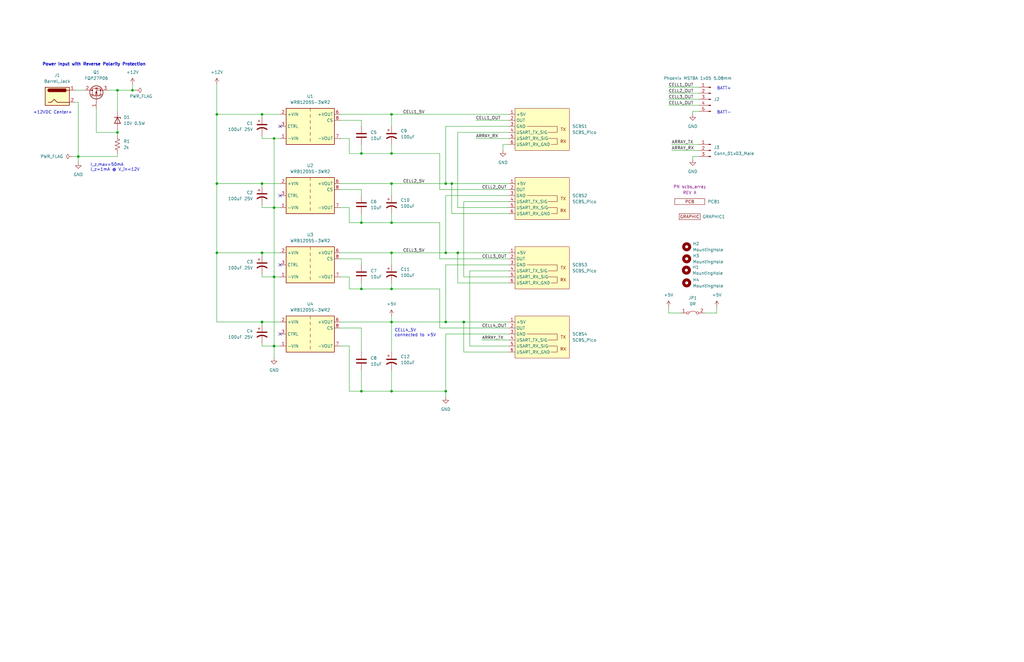
<source format=kicad_sch>
(kicad_sch (version 20211123) (generator eeschema)

  (uuid 3adcc2f4-18ce-4040-99a8-93001f907579)

  (paper "B")

  (title_block
    (title "SCBS Pico Array")
    (date "2022-11-24")
    (rev "A")
    (company "Pants for Birds")
    (comment 1 "John McNelly - jkailimcnelly@gmail.com")
  )

  (lib_symbols
    (symbol "Connector:Barrel_Jack" (pin_names (offset 1.016)) (in_bom yes) (on_board yes)
      (property "Reference" "J" (id 0) (at 0 5.334 0)
        (effects (font (size 1.27 1.27)))
      )
      (property "Value" "Barrel_Jack" (id 1) (at 0 -5.08 0)
        (effects (font (size 1.27 1.27)))
      )
      (property "Footprint" "" (id 2) (at 1.27 -1.016 0)
        (effects (font (size 1.27 1.27)) hide)
      )
      (property "Datasheet" "~" (id 3) (at 1.27 -1.016 0)
        (effects (font (size 1.27 1.27)) hide)
      )
      (property "ki_keywords" "DC power barrel jack connector" (id 4) (at 0 0 0)
        (effects (font (size 1.27 1.27)) hide)
      )
      (property "ki_description" "DC Barrel Jack" (id 5) (at 0 0 0)
        (effects (font (size 1.27 1.27)) hide)
      )
      (property "ki_fp_filters" "BarrelJack*" (id 6) (at 0 0 0)
        (effects (font (size 1.27 1.27)) hide)
      )
      (symbol "Barrel_Jack_0_1"
        (rectangle (start -5.08 3.81) (end 5.08 -3.81)
          (stroke (width 0.254) (type default) (color 0 0 0 0))
          (fill (type background))
        )
        (arc (start -3.302 3.175) (mid -3.937 2.54) (end -3.302 1.905)
          (stroke (width 0.254) (type default) (color 0 0 0 0))
          (fill (type none))
        )
        (arc (start -3.302 3.175) (mid -3.937 2.54) (end -3.302 1.905)
          (stroke (width 0.254) (type default) (color 0 0 0 0))
          (fill (type outline))
        )
        (polyline
          (pts
            (xy 5.08 2.54)
            (xy 3.81 2.54)
          )
          (stroke (width 0.254) (type default) (color 0 0 0 0))
          (fill (type none))
        )
        (polyline
          (pts
            (xy -3.81 -2.54)
            (xy -2.54 -2.54)
            (xy -1.27 -1.27)
            (xy 0 -2.54)
            (xy 2.54 -2.54)
            (xy 5.08 -2.54)
          )
          (stroke (width 0.254) (type default) (color 0 0 0 0))
          (fill (type none))
        )
        (rectangle (start 3.683 3.175) (end -3.302 1.905)
          (stroke (width 0.254) (type default) (color 0 0 0 0))
          (fill (type outline))
        )
      )
      (symbol "Barrel_Jack_1_1"
        (pin passive line (at 7.62 2.54 180) (length 2.54)
          (name "~" (effects (font (size 1.27 1.27))))
          (number "1" (effects (font (size 1.27 1.27))))
        )
        (pin passive line (at 7.62 -2.54 180) (length 2.54)
          (name "~" (effects (font (size 1.27 1.27))))
          (number "2" (effects (font (size 1.27 1.27))))
        )
      )
    )
    (symbol "Connector:Conn_01x03_Male" (pin_names (offset 1.016) hide) (in_bom yes) (on_board yes)
      (property "Reference" "J" (id 0) (at 0 5.08 0)
        (effects (font (size 1.27 1.27)))
      )
      (property "Value" "Conn_01x03_Male" (id 1) (at 0 -5.08 0)
        (effects (font (size 1.27 1.27)))
      )
      (property "Footprint" "" (id 2) (at 0 0 0)
        (effects (font (size 1.27 1.27)) hide)
      )
      (property "Datasheet" "~" (id 3) (at 0 0 0)
        (effects (font (size 1.27 1.27)) hide)
      )
      (property "ki_keywords" "connector" (id 4) (at 0 0 0)
        (effects (font (size 1.27 1.27)) hide)
      )
      (property "ki_description" "Generic connector, single row, 01x03, script generated (kicad-library-utils/schlib/autogen/connector/)" (id 5) (at 0 0 0)
        (effects (font (size 1.27 1.27)) hide)
      )
      (property "ki_fp_filters" "Connector*:*_1x??_*" (id 6) (at 0 0 0)
        (effects (font (size 1.27 1.27)) hide)
      )
      (symbol "Conn_01x03_Male_1_1"
        (polyline
          (pts
            (xy 1.27 -2.54)
            (xy 0.8636 -2.54)
          )
          (stroke (width 0.1524) (type default) (color 0 0 0 0))
          (fill (type none))
        )
        (polyline
          (pts
            (xy 1.27 0)
            (xy 0.8636 0)
          )
          (stroke (width 0.1524) (type default) (color 0 0 0 0))
          (fill (type none))
        )
        (polyline
          (pts
            (xy 1.27 2.54)
            (xy 0.8636 2.54)
          )
          (stroke (width 0.1524) (type default) (color 0 0 0 0))
          (fill (type none))
        )
        (rectangle (start 0.8636 -2.413) (end 0 -2.667)
          (stroke (width 0.1524) (type default) (color 0 0 0 0))
          (fill (type outline))
        )
        (rectangle (start 0.8636 0.127) (end 0 -0.127)
          (stroke (width 0.1524) (type default) (color 0 0 0 0))
          (fill (type outline))
        )
        (rectangle (start 0.8636 2.667) (end 0 2.413)
          (stroke (width 0.1524) (type default) (color 0 0 0 0))
          (fill (type outline))
        )
        (pin passive line (at 5.08 2.54 180) (length 3.81)
          (name "Pin_1" (effects (font (size 1.27 1.27))))
          (number "1" (effects (font (size 1.27 1.27))))
        )
        (pin passive line (at 5.08 0 180) (length 3.81)
          (name "Pin_2" (effects (font (size 1.27 1.27))))
          (number "2" (effects (font (size 1.27 1.27))))
        )
        (pin passive line (at 5.08 -2.54 180) (length 3.81)
          (name "Pin_3" (effects (font (size 1.27 1.27))))
          (number "3" (effects (font (size 1.27 1.27))))
        )
      )
    )
    (symbol "Connector:Conn_01x05_Male" (pin_names (offset 1.016) hide) (in_bom yes) (on_board yes)
      (property "Reference" "J" (id 0) (at 0 7.62 0)
        (effects (font (size 1.27 1.27)))
      )
      (property "Value" "Conn_01x05_Male" (id 1) (at 0 -7.62 0)
        (effects (font (size 1.27 1.27)))
      )
      (property "Footprint" "" (id 2) (at 0 0 0)
        (effects (font (size 1.27 1.27)) hide)
      )
      (property "Datasheet" "~" (id 3) (at 0 0 0)
        (effects (font (size 1.27 1.27)) hide)
      )
      (property "ki_keywords" "connector" (id 4) (at 0 0 0)
        (effects (font (size 1.27 1.27)) hide)
      )
      (property "ki_description" "Generic connector, single row, 01x05, script generated (kicad-library-utils/schlib/autogen/connector/)" (id 5) (at 0 0 0)
        (effects (font (size 1.27 1.27)) hide)
      )
      (property "ki_fp_filters" "Connector*:*_1x??_*" (id 6) (at 0 0 0)
        (effects (font (size 1.27 1.27)) hide)
      )
      (symbol "Conn_01x05_Male_1_1"
        (polyline
          (pts
            (xy 1.27 -5.08)
            (xy 0.8636 -5.08)
          )
          (stroke (width 0.1524) (type default) (color 0 0 0 0))
          (fill (type none))
        )
        (polyline
          (pts
            (xy 1.27 -2.54)
            (xy 0.8636 -2.54)
          )
          (stroke (width 0.1524) (type default) (color 0 0 0 0))
          (fill (type none))
        )
        (polyline
          (pts
            (xy 1.27 0)
            (xy 0.8636 0)
          )
          (stroke (width 0.1524) (type default) (color 0 0 0 0))
          (fill (type none))
        )
        (polyline
          (pts
            (xy 1.27 2.54)
            (xy 0.8636 2.54)
          )
          (stroke (width 0.1524) (type default) (color 0 0 0 0))
          (fill (type none))
        )
        (polyline
          (pts
            (xy 1.27 5.08)
            (xy 0.8636 5.08)
          )
          (stroke (width 0.1524) (type default) (color 0 0 0 0))
          (fill (type none))
        )
        (rectangle (start 0.8636 -4.953) (end 0 -5.207)
          (stroke (width 0.1524) (type default) (color 0 0 0 0))
          (fill (type outline))
        )
        (rectangle (start 0.8636 -2.413) (end 0 -2.667)
          (stroke (width 0.1524) (type default) (color 0 0 0 0))
          (fill (type outline))
        )
        (rectangle (start 0.8636 0.127) (end 0 -0.127)
          (stroke (width 0.1524) (type default) (color 0 0 0 0))
          (fill (type outline))
        )
        (rectangle (start 0.8636 2.667) (end 0 2.413)
          (stroke (width 0.1524) (type default) (color 0 0 0 0))
          (fill (type outline))
        )
        (rectangle (start 0.8636 5.207) (end 0 4.953)
          (stroke (width 0.1524) (type default) (color 0 0 0 0))
          (fill (type outline))
        )
        (pin passive line (at 5.08 5.08 180) (length 3.81)
          (name "Pin_1" (effects (font (size 1.27 1.27))))
          (number "1" (effects (font (size 1.27 1.27))))
        )
        (pin passive line (at 5.08 2.54 180) (length 3.81)
          (name "Pin_2" (effects (font (size 1.27 1.27))))
          (number "2" (effects (font (size 1.27 1.27))))
        )
        (pin passive line (at 5.08 0 180) (length 3.81)
          (name "Pin_3" (effects (font (size 1.27 1.27))))
          (number "3" (effects (font (size 1.27 1.27))))
        )
        (pin passive line (at 5.08 -2.54 180) (length 3.81)
          (name "Pin_4" (effects (font (size 1.27 1.27))))
          (number "4" (effects (font (size 1.27 1.27))))
        )
        (pin passive line (at 5.08 -5.08 180) (length 3.81)
          (name "Pin_5" (effects (font (size 1.27 1.27))))
          (number "5" (effects (font (size 1.27 1.27))))
        )
      )
    )
    (symbol "Custom_Converter_DCDC:WRBXXXXS-3WR2" (in_bom yes) (on_board yes)
      (property "Reference" "U" (id 0) (at -8.89 8.89 0)
        (effects (font (size 1.27 1.27)))
      )
      (property "Value" "WRBXXXXS-3WR2" (id 1) (at 10.16 8.89 0)
        (effects (font (size 1.27 1.27)) (justify right))
      )
      (property "Footprint" "Converter_DCDC:Converter_DCDC_TRACO_TMR-xxxx_THT" (id 2) (at 0 -8.89 0)
        (effects (font (size 1.27 1.27)) hide)
      )
      (property "Datasheet" "https://www.mornsun-power.com/html/pdf/WRB1205S-3WR2.html" (id 3) (at 0 -12.7 0)
        (effects (font (size 1.27 1.27)) hide)
      )
      (property "ki_keywords" "Traco isolated isolation dc-dc converter transformer" (id 4) (at 0 0 0)
        (effects (font (size 1.27 1.27)) hide)
      )
      (property "ki_description" "600mA Regulated 3W DC/DC converter with 1.5kV isolation, 9V-18V input, 5V fixed Output Voltage, SIP-8" (id 5) (at 0 0 0)
        (effects (font (size 1.27 1.27)) hide)
      )
      (property "ki_fp_filters" "Converter*DCDC*TRACO*TMR*xxxx*" (id 6) (at 0 0 0)
        (effects (font (size 1.27 1.27)) hide)
      )
      (symbol "WRBXXXXS-3WR2_0_1"
        (rectangle (start -10.16 7.62) (end 10.16 -7.62)
          (stroke (width 0.254) (type default) (color 0 0 0 0))
          (fill (type background))
        )
        (polyline
          (pts
            (xy 0 -5.08)
            (xy 0 -6.35)
          )
          (stroke (width 0) (type default) (color 0 0 0 0))
          (fill (type none))
        )
        (polyline
          (pts
            (xy 0 -2.54)
            (xy 0 -3.81)
          )
          (stroke (width 0) (type default) (color 0 0 0 0))
          (fill (type none))
        )
        (polyline
          (pts
            (xy 0 0)
            (xy 0 -1.27)
          )
          (stroke (width 0) (type default) (color 0 0 0 0))
          (fill (type none))
        )
        (polyline
          (pts
            (xy 0 2.54)
            (xy 0 1.27)
          )
          (stroke (width 0) (type default) (color 0 0 0 0))
          (fill (type none))
        )
        (polyline
          (pts
            (xy 0 5.08)
            (xy 0 3.81)
          )
          (stroke (width 0) (type default) (color 0 0 0 0))
          (fill (type none))
        )
        (polyline
          (pts
            (xy 0 7.62)
            (xy 0 6.35)
          )
          (stroke (width 0) (type default) (color 0 0 0 0))
          (fill (type none))
        )
      )
      (symbol "WRBXXXXS-3WR2_1_1"
        (pin power_in line (at -12.7 -5.08 0) (length 2.54)
          (name "-VIN" (effects (font (size 1.27 1.27))))
          (number "1" (effects (font (size 1.27 1.27))))
        )
        (pin power_in line (at -12.7 5.08 0) (length 2.54)
          (name "+VIN" (effects (font (size 1.27 1.27))))
          (number "2" (effects (font (size 1.27 1.27))))
        )
        (pin input line (at -12.7 0 0) (length 2.54)
          (name "CTRL" (effects (font (size 1.27 1.27))))
          (number "3" (effects (font (size 1.27 1.27))))
        )
        (pin no_connect line (at 0 -7.62 90) (length 2.54) hide
          (name "NC" (effects (font (size 1.27 1.27))))
          (number "5" (effects (font (size 1.27 1.27))))
        )
        (pin power_out line (at 12.7 5.08 180) (length 2.54)
          (name "+VOUT" (effects (font (size 1.27 1.27))))
          (number "6" (effects (font (size 1.27 1.27))))
        )
        (pin passive line (at 12.7 -5.08 180) (length 2.54)
          (name "-VOUT" (effects (font (size 1.27 1.27))))
          (number "7" (effects (font (size 1.27 1.27))))
        )
        (pin passive line (at 12.7 2.54 180) (length 2.54)
          (name "CS" (effects (font (size 1.27 1.27))))
          (number "8" (effects (font (size 1.27 1.27))))
        )
      )
    )
    (symbol "Custom_Placeholder:Graphic" (pin_numbers hide) (pin_names (offset 0) hide) (in_bom no) (on_board yes)
      (property "Reference" "GRAPHIC" (id 0) (at 0 2.54 0)
        (effects (font (size 1.27 1.27)))
      )
      (property "Value" "Graphic" (id 1) (at 0 -2.54 0)
        (effects (font (size 1.27 1.27)) hide)
      )
      (property "Footprint" "" (id 2) (at -0.635 -3.81 0)
        (effects (font (size 1.27 1.27)) hide)
      )
      (property "Datasheet" "" (id 3) (at -0.635 -3.81 0)
        (effects (font (size 1.27 1.27)) hide)
      )
      (property "ki_description" "Placeholder for silkscreen graphic to be included on PCB." (id 4) (at 0 0 0)
        (effects (font (size 1.27 1.27)) hide)
      )
      (symbol "Graphic_0_0"
        (rectangle (start -4.445 1.27) (end 4.445 -1.27)
          (stroke (width 0) (type default) (color 0 0 0 0))
          (fill (type none))
        )
        (text "GRAPHIC" (at 0 0 0)
          (effects (font (size 1.27 1.27)))
        )
      )
    )
    (symbol "Custom_Placeholder:PCB" (pin_numbers hide) (pin_names (offset 0) hide) (in_bom yes) (on_board yes)
      (property "Reference" "PCB" (id 0) (at 0 4.445 0)
        (effects (font (size 1.27 1.27)))
      )
      (property "Value" "PCB" (id 1) (at 0 2.54 0)
        (effects (font (size 1.27 1.27)) hide)
      )
      (property "Footprint" "Custom_Graphic:PCB_PN_REV" (id 2) (at -0.635 -3.81 0)
        (effects (font (size 1.27 1.27)) hide)
      )
      (property "Datasheet" "" (id 3) (at -0.635 -3.81 0)
        (effects (font (size 1.27 1.27)) hide)
      )
      (property "MPN" "PN XXXXXXX" (id 4) (at 0 -2.54 0)
        (effects (font (size 1.27 1.27)))
      )
      (property "REV" "REV _" (id 5) (at -3.175 -4.445 0)
        (effects (font (size 1.27 1.27)))
      )
      (property "ki_description" "Placeholder for PN and REV in copper to be included on PCB." (id 6) (at 0 0 0)
        (effects (font (size 1.27 1.27)) hide)
      )
      (symbol "PCB_0_0"
        (rectangle (start -6.35 1.27) (end 6.35 -1.27)
          (stroke (width 0) (type default) (color 0 0 0 0))
          (fill (type none))
        )
        (text "PCB" (at 0 0 0)
          (effects (font (size 1.27 1.27)))
        )
      )
    )
    (symbol "Device:C" (pin_numbers hide) (pin_names (offset 0.254)) (in_bom yes) (on_board yes)
      (property "Reference" "C" (id 0) (at 0.635 2.54 0)
        (effects (font (size 1.27 1.27)) (justify left))
      )
      (property "Value" "C" (id 1) (at 0.635 -2.54 0)
        (effects (font (size 1.27 1.27)) (justify left))
      )
      (property "Footprint" "" (id 2) (at 0.9652 -3.81 0)
        (effects (font (size 1.27 1.27)) hide)
      )
      (property "Datasheet" "~" (id 3) (at 0 0 0)
        (effects (font (size 1.27 1.27)) hide)
      )
      (property "ki_keywords" "cap capacitor" (id 4) (at 0 0 0)
        (effects (font (size 1.27 1.27)) hide)
      )
      (property "ki_description" "Unpolarized capacitor" (id 5) (at 0 0 0)
        (effects (font (size 1.27 1.27)) hide)
      )
      (property "ki_fp_filters" "C_*" (id 6) (at 0 0 0)
        (effects (font (size 1.27 1.27)) hide)
      )
      (symbol "C_0_1"
        (polyline
          (pts
            (xy -2.032 -0.762)
            (xy 2.032 -0.762)
          )
          (stroke (width 0.508) (type default) (color 0 0 0 0))
          (fill (type none))
        )
        (polyline
          (pts
            (xy -2.032 0.762)
            (xy 2.032 0.762)
          )
          (stroke (width 0.508) (type default) (color 0 0 0 0))
          (fill (type none))
        )
      )
      (symbol "C_1_1"
        (pin passive line (at 0 3.81 270) (length 2.794)
          (name "~" (effects (font (size 1.27 1.27))))
          (number "1" (effects (font (size 1.27 1.27))))
        )
        (pin passive line (at 0 -3.81 90) (length 2.794)
          (name "~" (effects (font (size 1.27 1.27))))
          (number "2" (effects (font (size 1.27 1.27))))
        )
      )
    )
    (symbol "Device:C_Polarized_US" (pin_numbers hide) (pin_names (offset 0.254) hide) (in_bom yes) (on_board yes)
      (property "Reference" "C" (id 0) (at 0.635 2.54 0)
        (effects (font (size 1.27 1.27)) (justify left))
      )
      (property "Value" "C_Polarized_US" (id 1) (at 0.635 -2.54 0)
        (effects (font (size 1.27 1.27)) (justify left))
      )
      (property "Footprint" "" (id 2) (at 0 0 0)
        (effects (font (size 1.27 1.27)) hide)
      )
      (property "Datasheet" "~" (id 3) (at 0 0 0)
        (effects (font (size 1.27 1.27)) hide)
      )
      (property "ki_keywords" "cap capacitor" (id 4) (at 0 0 0)
        (effects (font (size 1.27 1.27)) hide)
      )
      (property "ki_description" "Polarized capacitor, US symbol" (id 5) (at 0 0 0)
        (effects (font (size 1.27 1.27)) hide)
      )
      (property "ki_fp_filters" "CP_*" (id 6) (at 0 0 0)
        (effects (font (size 1.27 1.27)) hide)
      )
      (symbol "C_Polarized_US_0_1"
        (polyline
          (pts
            (xy -2.032 0.762)
            (xy 2.032 0.762)
          )
          (stroke (width 0.508) (type default) (color 0 0 0 0))
          (fill (type none))
        )
        (polyline
          (pts
            (xy -1.778 2.286)
            (xy -0.762 2.286)
          )
          (stroke (width 0) (type default) (color 0 0 0 0))
          (fill (type none))
        )
        (polyline
          (pts
            (xy -1.27 1.778)
            (xy -1.27 2.794)
          )
          (stroke (width 0) (type default) (color 0 0 0 0))
          (fill (type none))
        )
        (arc (start 2.032 -1.27) (mid 0 -0.5572) (end -2.032 -1.27)
          (stroke (width 0.508) (type default) (color 0 0 0 0))
          (fill (type none))
        )
      )
      (symbol "C_Polarized_US_1_1"
        (pin passive line (at 0 3.81 270) (length 2.794)
          (name "~" (effects (font (size 1.27 1.27))))
          (number "1" (effects (font (size 1.27 1.27))))
        )
        (pin passive line (at 0 -3.81 90) (length 3.302)
          (name "~" (effects (font (size 1.27 1.27))))
          (number "2" (effects (font (size 1.27 1.27))))
        )
      )
    )
    (symbol "Device:D_Zener" (pin_numbers hide) (pin_names (offset 1.016) hide) (in_bom yes) (on_board yes)
      (property "Reference" "D" (id 0) (at 0 2.54 0)
        (effects (font (size 1.27 1.27)))
      )
      (property "Value" "D_Zener" (id 1) (at 0 -2.54 0)
        (effects (font (size 1.27 1.27)))
      )
      (property "Footprint" "" (id 2) (at 0 0 0)
        (effects (font (size 1.27 1.27)) hide)
      )
      (property "Datasheet" "~" (id 3) (at 0 0 0)
        (effects (font (size 1.27 1.27)) hide)
      )
      (property "ki_keywords" "diode" (id 4) (at 0 0 0)
        (effects (font (size 1.27 1.27)) hide)
      )
      (property "ki_description" "Zener diode" (id 5) (at 0 0 0)
        (effects (font (size 1.27 1.27)) hide)
      )
      (property "ki_fp_filters" "TO-???* *_Diode_* *SingleDiode* D_*" (id 6) (at 0 0 0)
        (effects (font (size 1.27 1.27)) hide)
      )
      (symbol "D_Zener_0_1"
        (polyline
          (pts
            (xy 1.27 0)
            (xy -1.27 0)
          )
          (stroke (width 0) (type default) (color 0 0 0 0))
          (fill (type none))
        )
        (polyline
          (pts
            (xy -1.27 -1.27)
            (xy -1.27 1.27)
            (xy -0.762 1.27)
          )
          (stroke (width 0.254) (type default) (color 0 0 0 0))
          (fill (type none))
        )
        (polyline
          (pts
            (xy 1.27 -1.27)
            (xy 1.27 1.27)
            (xy -1.27 0)
            (xy 1.27 -1.27)
          )
          (stroke (width 0.254) (type default) (color 0 0 0 0))
          (fill (type none))
        )
      )
      (symbol "D_Zener_1_1"
        (pin passive line (at -3.81 0 0) (length 2.54)
          (name "K" (effects (font (size 1.27 1.27))))
          (number "1" (effects (font (size 1.27 1.27))))
        )
        (pin passive line (at 3.81 0 180) (length 2.54)
          (name "A" (effects (font (size 1.27 1.27))))
          (number "2" (effects (font (size 1.27 1.27))))
        )
      )
    )
    (symbol "Device:Q_PMOS_GDS" (pin_names (offset 0) hide) (in_bom yes) (on_board yes)
      (property "Reference" "Q" (id 0) (at 5.08 1.27 0)
        (effects (font (size 1.27 1.27)) (justify left))
      )
      (property "Value" "Q_PMOS_GDS" (id 1) (at 5.08 -1.27 0)
        (effects (font (size 1.27 1.27)) (justify left))
      )
      (property "Footprint" "" (id 2) (at 5.08 2.54 0)
        (effects (font (size 1.27 1.27)) hide)
      )
      (property "Datasheet" "~" (id 3) (at 0 0 0)
        (effects (font (size 1.27 1.27)) hide)
      )
      (property "ki_keywords" "transistor PMOS P-MOS P-MOSFET" (id 4) (at 0 0 0)
        (effects (font (size 1.27 1.27)) hide)
      )
      (property "ki_description" "P-MOSFET transistor, gate/drain/source" (id 5) (at 0 0 0)
        (effects (font (size 1.27 1.27)) hide)
      )
      (symbol "Q_PMOS_GDS_0_1"
        (polyline
          (pts
            (xy 0.254 0)
            (xy -2.54 0)
          )
          (stroke (width 0) (type default) (color 0 0 0 0))
          (fill (type none))
        )
        (polyline
          (pts
            (xy 0.254 1.905)
            (xy 0.254 -1.905)
          )
          (stroke (width 0.254) (type default) (color 0 0 0 0))
          (fill (type none))
        )
        (polyline
          (pts
            (xy 0.762 -1.27)
            (xy 0.762 -2.286)
          )
          (stroke (width 0.254) (type default) (color 0 0 0 0))
          (fill (type none))
        )
        (polyline
          (pts
            (xy 0.762 0.508)
            (xy 0.762 -0.508)
          )
          (stroke (width 0.254) (type default) (color 0 0 0 0))
          (fill (type none))
        )
        (polyline
          (pts
            (xy 0.762 2.286)
            (xy 0.762 1.27)
          )
          (stroke (width 0.254) (type default) (color 0 0 0 0))
          (fill (type none))
        )
        (polyline
          (pts
            (xy 2.54 2.54)
            (xy 2.54 1.778)
          )
          (stroke (width 0) (type default) (color 0 0 0 0))
          (fill (type none))
        )
        (polyline
          (pts
            (xy 2.54 -2.54)
            (xy 2.54 0)
            (xy 0.762 0)
          )
          (stroke (width 0) (type default) (color 0 0 0 0))
          (fill (type none))
        )
        (polyline
          (pts
            (xy 0.762 1.778)
            (xy 3.302 1.778)
            (xy 3.302 -1.778)
            (xy 0.762 -1.778)
          )
          (stroke (width 0) (type default) (color 0 0 0 0))
          (fill (type none))
        )
        (polyline
          (pts
            (xy 2.286 0)
            (xy 1.27 0.381)
            (xy 1.27 -0.381)
            (xy 2.286 0)
          )
          (stroke (width 0) (type default) (color 0 0 0 0))
          (fill (type outline))
        )
        (polyline
          (pts
            (xy 2.794 -0.508)
            (xy 2.921 -0.381)
            (xy 3.683 -0.381)
            (xy 3.81 -0.254)
          )
          (stroke (width 0) (type default) (color 0 0 0 0))
          (fill (type none))
        )
        (polyline
          (pts
            (xy 3.302 -0.381)
            (xy 2.921 0.254)
            (xy 3.683 0.254)
            (xy 3.302 -0.381)
          )
          (stroke (width 0) (type default) (color 0 0 0 0))
          (fill (type none))
        )
        (circle (center 1.651 0) (radius 2.794)
          (stroke (width 0.254) (type default) (color 0 0 0 0))
          (fill (type none))
        )
        (circle (center 2.54 -1.778) (radius 0.254)
          (stroke (width 0) (type default) (color 0 0 0 0))
          (fill (type outline))
        )
        (circle (center 2.54 1.778) (radius 0.254)
          (stroke (width 0) (type default) (color 0 0 0 0))
          (fill (type outline))
        )
      )
      (symbol "Q_PMOS_GDS_1_1"
        (pin input line (at -5.08 0 0) (length 2.54)
          (name "G" (effects (font (size 1.27 1.27))))
          (number "1" (effects (font (size 1.27 1.27))))
        )
        (pin passive line (at 2.54 5.08 270) (length 2.54)
          (name "D" (effects (font (size 1.27 1.27))))
          (number "2" (effects (font (size 1.27 1.27))))
        )
        (pin passive line (at 2.54 -5.08 90) (length 2.54)
          (name "S" (effects (font (size 1.27 1.27))))
          (number "3" (effects (font (size 1.27 1.27))))
        )
      )
    )
    (symbol "Device:R_US" (pin_numbers hide) (pin_names (offset 0)) (in_bom yes) (on_board yes)
      (property "Reference" "R" (id 0) (at 2.54 0 90)
        (effects (font (size 1.27 1.27)))
      )
      (property "Value" "R_US" (id 1) (at -2.54 0 90)
        (effects (font (size 1.27 1.27)))
      )
      (property "Footprint" "" (id 2) (at 1.016 -0.254 90)
        (effects (font (size 1.27 1.27)) hide)
      )
      (property "Datasheet" "~" (id 3) (at 0 0 0)
        (effects (font (size 1.27 1.27)) hide)
      )
      (property "ki_keywords" "R res resistor" (id 4) (at 0 0 0)
        (effects (font (size 1.27 1.27)) hide)
      )
      (property "ki_description" "Resistor, US symbol" (id 5) (at 0 0 0)
        (effects (font (size 1.27 1.27)) hide)
      )
      (property "ki_fp_filters" "R_*" (id 6) (at 0 0 0)
        (effects (font (size 1.27 1.27)) hide)
      )
      (symbol "R_US_0_1"
        (polyline
          (pts
            (xy 0 -2.286)
            (xy 0 -2.54)
          )
          (stroke (width 0) (type default) (color 0 0 0 0))
          (fill (type none))
        )
        (polyline
          (pts
            (xy 0 2.286)
            (xy 0 2.54)
          )
          (stroke (width 0) (type default) (color 0 0 0 0))
          (fill (type none))
        )
        (polyline
          (pts
            (xy 0 -0.762)
            (xy 1.016 -1.143)
            (xy 0 -1.524)
            (xy -1.016 -1.905)
            (xy 0 -2.286)
          )
          (stroke (width 0) (type default) (color 0 0 0 0))
          (fill (type none))
        )
        (polyline
          (pts
            (xy 0 0.762)
            (xy 1.016 0.381)
            (xy 0 0)
            (xy -1.016 -0.381)
            (xy 0 -0.762)
          )
          (stroke (width 0) (type default) (color 0 0 0 0))
          (fill (type none))
        )
        (polyline
          (pts
            (xy 0 2.286)
            (xy 1.016 1.905)
            (xy 0 1.524)
            (xy -1.016 1.143)
            (xy 0 0.762)
          )
          (stroke (width 0) (type default) (color 0 0 0 0))
          (fill (type none))
        )
      )
      (symbol "R_US_1_1"
        (pin passive line (at 0 3.81 270) (length 1.27)
          (name "~" (effects (font (size 1.27 1.27))))
          (number "1" (effects (font (size 1.27 1.27))))
        )
        (pin passive line (at 0 -3.81 90) (length 1.27)
          (name "~" (effects (font (size 1.27 1.27))))
          (number "2" (effects (font (size 1.27 1.27))))
        )
      )
    )
    (symbol "Jumper:Jumper_2_Bridged" (pin_names (offset 0) hide) (in_bom yes) (on_board yes)
      (property "Reference" "JP" (id 0) (at 0 1.905 0)
        (effects (font (size 1.27 1.27)))
      )
      (property "Value" "Jumper_2_Bridged" (id 1) (at 0 -2.54 0)
        (effects (font (size 1.27 1.27)))
      )
      (property "Footprint" "" (id 2) (at 0 0 0)
        (effects (font (size 1.27 1.27)) hide)
      )
      (property "Datasheet" "~" (id 3) (at 0 0 0)
        (effects (font (size 1.27 1.27)) hide)
      )
      (property "ki_keywords" "Jumper SPST" (id 4) (at 0 0 0)
        (effects (font (size 1.27 1.27)) hide)
      )
      (property "ki_description" "Jumper, 2-pole, closed/bridged" (id 5) (at 0 0 0)
        (effects (font (size 1.27 1.27)) hide)
      )
      (property "ki_fp_filters" "Jumper* TestPoint*2Pads* TestPoint*Bridge*" (id 6) (at 0 0 0)
        (effects (font (size 1.27 1.27)) hide)
      )
      (symbol "Jumper_2_Bridged_0_0"
        (circle (center -2.032 0) (radius 0.508)
          (stroke (width 0) (type default) (color 0 0 0 0))
          (fill (type none))
        )
        (circle (center 2.032 0) (radius 0.508)
          (stroke (width 0) (type default) (color 0 0 0 0))
          (fill (type none))
        )
      )
      (symbol "Jumper_2_Bridged_0_1"
        (arc (start 1.524 0.254) (mid 0 0.762) (end -1.524 0.254)
          (stroke (width 0) (type default) (color 0 0 0 0))
          (fill (type none))
        )
      )
      (symbol "Jumper_2_Bridged_1_1"
        (pin passive line (at -5.08 0 0) (length 2.54)
          (name "A" (effects (font (size 1.27 1.27))))
          (number "1" (effects (font (size 1.27 1.27))))
        )
        (pin passive line (at 5.08 0 180) (length 2.54)
          (name "B" (effects (font (size 1.27 1.27))))
          (number "2" (effects (font (size 1.27 1.27))))
        )
      )
    )
    (symbol "Mechanical:MountingHole" (pin_names (offset 1.016)) (in_bom yes) (on_board yes)
      (property "Reference" "H" (id 0) (at 0 5.08 0)
        (effects (font (size 1.27 1.27)))
      )
      (property "Value" "MountingHole" (id 1) (at 0 3.175 0)
        (effects (font (size 1.27 1.27)))
      )
      (property "Footprint" "" (id 2) (at 0 0 0)
        (effects (font (size 1.27 1.27)) hide)
      )
      (property "Datasheet" "~" (id 3) (at 0 0 0)
        (effects (font (size 1.27 1.27)) hide)
      )
      (property "ki_keywords" "mounting hole" (id 4) (at 0 0 0)
        (effects (font (size 1.27 1.27)) hide)
      )
      (property "ki_description" "Mounting Hole without connection" (id 5) (at 0 0 0)
        (effects (font (size 1.27 1.27)) hide)
      )
      (property "ki_fp_filters" "MountingHole*" (id 6) (at 0 0 0)
        (effects (font (size 1.27 1.27)) hide)
      )
      (symbol "MountingHole_0_1"
        (circle (center 0 0) (radius 1.27)
          (stroke (width 1.27) (type default) (color 0 0 0 0))
          (fill (type none))
        )
      )
    )
    (symbol "WRBXXXXS-3WR2_1" (in_bom yes) (on_board yes)
      (property "Reference" "U" (id 0) (at -8.89 8.89 0)
        (effects (font (size 1.27 1.27)))
      )
      (property "Value" "WRBXXXXS-3WR2_1" (id 1) (at 10.16 8.89 0)
        (effects (font (size 1.27 1.27)) (justify right))
      )
      (property "Footprint" "Converter_DCDC:Converter_DCDC_TRACO_TMR-xxxx_THT" (id 2) (at 0 -8.89 0)
        (effects (font (size 1.27 1.27)) hide)
      )
      (property "Datasheet" "https://www.mornsun-power.com/html/pdf/WRB1205S-3WR2.html" (id 3) (at 0 -12.7 0)
        (effects (font (size 1.27 1.27)) hide)
      )
      (property "ki_keywords" "Traco isolated isolation dc-dc converter transformer" (id 4) (at 0 0 0)
        (effects (font (size 1.27 1.27)) hide)
      )
      (property "ki_description" "600mA Regulated 3W DC/DC converter with 1.5kV isolation, 9V-18V input, 5V fixed Output Voltage, SIP-8" (id 5) (at 0 0 0)
        (effects (font (size 1.27 1.27)) hide)
      )
      (property "ki_fp_filters" "Converter*DCDC*TRACO*TMR*xxxx*" (id 6) (at 0 0 0)
        (effects (font (size 1.27 1.27)) hide)
      )
      (symbol "WRBXXXXS-3WR2_1_0_1"
        (rectangle (start -10.16 7.62) (end 10.16 -7.62)
          (stroke (width 0.254) (type default) (color 0 0 0 0))
          (fill (type background))
        )
        (polyline
          (pts
            (xy 0 -5.08)
            (xy 0 -6.35)
          )
          (stroke (width 0) (type default) (color 0 0 0 0))
          (fill (type none))
        )
        (polyline
          (pts
            (xy 0 -2.54)
            (xy 0 -3.81)
          )
          (stroke (width 0) (type default) (color 0 0 0 0))
          (fill (type none))
        )
        (polyline
          (pts
            (xy 0 0)
            (xy 0 -1.27)
          )
          (stroke (width 0) (type default) (color 0 0 0 0))
          (fill (type none))
        )
        (polyline
          (pts
            (xy 0 2.54)
            (xy 0 1.27)
          )
          (stroke (width 0) (type default) (color 0 0 0 0))
          (fill (type none))
        )
        (polyline
          (pts
            (xy 0 5.08)
            (xy 0 3.81)
          )
          (stroke (width 0) (type default) (color 0 0 0 0))
          (fill (type none))
        )
        (polyline
          (pts
            (xy 0 7.62)
            (xy 0 6.35)
          )
          (stroke (width 0) (type default) (color 0 0 0 0))
          (fill (type none))
        )
      )
      (symbol "WRBXXXXS-3WR2_1_1_1"
        (pin power_in line (at -12.7 -5.08 0) (length 2.54)
          (name "-VIN" (effects (font (size 1.27 1.27))))
          (number "1" (effects (font (size 1.27 1.27))))
        )
        (pin power_in line (at -12.7 5.08 0) (length 2.54)
          (name "+VIN" (effects (font (size 1.27 1.27))))
          (number "2" (effects (font (size 1.27 1.27))))
        )
        (pin input line (at -12.7 0 0) (length 2.54)
          (name "CTRL" (effects (font (size 1.27 1.27))))
          (number "3" (effects (font (size 1.27 1.27))))
        )
        (pin no_connect line (at 0 -7.62 90) (length 2.54) hide
          (name "NC" (effects (font (size 1.27 1.27))))
          (number "5" (effects (font (size 1.27 1.27))))
        )
        (pin power_out line (at 12.7 5.08 180) (length 2.54)
          (name "+VOUT" (effects (font (size 1.27 1.27))))
          (number "6" (effects (font (size 1.27 1.27))))
        )
        (pin passive line (at 12.7 -5.08 180) (length 2.54)
          (name "-VOUT" (effects (font (size 1.27 1.27))))
          (number "7" (effects (font (size 1.27 1.27))))
        )
        (pin passive line (at 12.7 2.54 180) (length 2.54)
          (name "CS" (effects (font (size 1.27 1.27))))
          (number "8" (effects (font (size 1.27 1.27))))
        )
      )
    )
    (symbol "WRBXXXXS-3WR2_2" (in_bom yes) (on_board yes)
      (property "Reference" "U" (id 0) (at -8.89 8.89 0)
        (effects (font (size 1.27 1.27)))
      )
      (property "Value" "WRBXXXXS-3WR2_2" (id 1) (at 10.16 8.89 0)
        (effects (font (size 1.27 1.27)) (justify right))
      )
      (property "Footprint" "Converter_DCDC:Converter_DCDC_TRACO_TMR-xxxx_THT" (id 2) (at 0 -8.89 0)
        (effects (font (size 1.27 1.27)) hide)
      )
      (property "Datasheet" "https://www.mornsun-power.com/html/pdf/WRB1205S-3WR2.html" (id 3) (at 0 -12.7 0)
        (effects (font (size 1.27 1.27)) hide)
      )
      (property "ki_keywords" "Traco isolated isolation dc-dc converter transformer" (id 4) (at 0 0 0)
        (effects (font (size 1.27 1.27)) hide)
      )
      (property "ki_description" "600mA Regulated 3W DC/DC converter with 1.5kV isolation, 9V-18V input, 5V fixed Output Voltage, SIP-8" (id 5) (at 0 0 0)
        (effects (font (size 1.27 1.27)) hide)
      )
      (property "ki_fp_filters" "Converter*DCDC*TRACO*TMR*xxxx*" (id 6) (at 0 0 0)
        (effects (font (size 1.27 1.27)) hide)
      )
      (symbol "WRBXXXXS-3WR2_2_0_1"
        (rectangle (start -10.16 7.62) (end 10.16 -7.62)
          (stroke (width 0.254) (type default) (color 0 0 0 0))
          (fill (type background))
        )
        (polyline
          (pts
            (xy 0 -5.08)
            (xy 0 -6.35)
          )
          (stroke (width 0) (type default) (color 0 0 0 0))
          (fill (type none))
        )
        (polyline
          (pts
            (xy 0 -2.54)
            (xy 0 -3.81)
          )
          (stroke (width 0) (type default) (color 0 0 0 0))
          (fill (type none))
        )
        (polyline
          (pts
            (xy 0 0)
            (xy 0 -1.27)
          )
          (stroke (width 0) (type default) (color 0 0 0 0))
          (fill (type none))
        )
        (polyline
          (pts
            (xy 0 2.54)
            (xy 0 1.27)
          )
          (stroke (width 0) (type default) (color 0 0 0 0))
          (fill (type none))
        )
        (polyline
          (pts
            (xy 0 5.08)
            (xy 0 3.81)
          )
          (stroke (width 0) (type default) (color 0 0 0 0))
          (fill (type none))
        )
        (polyline
          (pts
            (xy 0 7.62)
            (xy 0 6.35)
          )
          (stroke (width 0) (type default) (color 0 0 0 0))
          (fill (type none))
        )
      )
      (symbol "WRBXXXXS-3WR2_2_1_1"
        (pin power_in line (at -12.7 -5.08 0) (length 2.54)
          (name "-VIN" (effects (font (size 1.27 1.27))))
          (number "1" (effects (font (size 1.27 1.27))))
        )
        (pin power_in line (at -12.7 5.08 0) (length 2.54)
          (name "+VIN" (effects (font (size 1.27 1.27))))
          (number "2" (effects (font (size 1.27 1.27))))
        )
        (pin input line (at -12.7 0 0) (length 2.54)
          (name "CTRL" (effects (font (size 1.27 1.27))))
          (number "3" (effects (font (size 1.27 1.27))))
        )
        (pin no_connect line (at 0 -7.62 90) (length 2.54) hide
          (name "NC" (effects (font (size 1.27 1.27))))
          (number "5" (effects (font (size 1.27 1.27))))
        )
        (pin power_out line (at 12.7 5.08 180) (length 2.54)
          (name "+VOUT" (effects (font (size 1.27 1.27))))
          (number "6" (effects (font (size 1.27 1.27))))
        )
        (pin passive line (at 12.7 -5.08 180) (length 2.54)
          (name "-VOUT" (effects (font (size 1.27 1.27))))
          (number "7" (effects (font (size 1.27 1.27))))
        )
        (pin passive line (at 12.7 2.54 180) (length 2.54)
          (name "CS" (effects (font (size 1.27 1.27))))
          (number "8" (effects (font (size 1.27 1.27))))
        )
      )
    )
    (symbol "WRBXXXXS-3WR2_3" (in_bom yes) (on_board yes)
      (property "Reference" "U" (id 0) (at -8.89 8.89 0)
        (effects (font (size 1.27 1.27)))
      )
      (property "Value" "WRBXXXXS-3WR2_3" (id 1) (at 10.16 8.89 0)
        (effects (font (size 1.27 1.27)) (justify right))
      )
      (property "Footprint" "Converter_DCDC:Converter_DCDC_TRACO_TMR-xxxx_THT" (id 2) (at 0 -8.89 0)
        (effects (font (size 1.27 1.27)) hide)
      )
      (property "Datasheet" "https://www.mornsun-power.com/html/pdf/WRB1205S-3WR2.html" (id 3) (at 0 -12.7 0)
        (effects (font (size 1.27 1.27)) hide)
      )
      (property "ki_keywords" "Traco isolated isolation dc-dc converter transformer" (id 4) (at 0 0 0)
        (effects (font (size 1.27 1.27)) hide)
      )
      (property "ki_description" "600mA Regulated 3W DC/DC converter with 1.5kV isolation, 9V-18V input, 5V fixed Output Voltage, SIP-8" (id 5) (at 0 0 0)
        (effects (font (size 1.27 1.27)) hide)
      )
      (property "ki_fp_filters" "Converter*DCDC*TRACO*TMR*xxxx*" (id 6) (at 0 0 0)
        (effects (font (size 1.27 1.27)) hide)
      )
      (symbol "WRBXXXXS-3WR2_3_0_1"
        (rectangle (start -10.16 7.62) (end 10.16 -7.62)
          (stroke (width 0.254) (type default) (color 0 0 0 0))
          (fill (type background))
        )
        (polyline
          (pts
            (xy 0 -5.08)
            (xy 0 -6.35)
          )
          (stroke (width 0) (type default) (color 0 0 0 0))
          (fill (type none))
        )
        (polyline
          (pts
            (xy 0 -2.54)
            (xy 0 -3.81)
          )
          (stroke (width 0) (type default) (color 0 0 0 0))
          (fill (type none))
        )
        (polyline
          (pts
            (xy 0 0)
            (xy 0 -1.27)
          )
          (stroke (width 0) (type default) (color 0 0 0 0))
          (fill (type none))
        )
        (polyline
          (pts
            (xy 0 2.54)
            (xy 0 1.27)
          )
          (stroke (width 0) (type default) (color 0 0 0 0))
          (fill (type none))
        )
        (polyline
          (pts
            (xy 0 5.08)
            (xy 0 3.81)
          )
          (stroke (width 0) (type default) (color 0 0 0 0))
          (fill (type none))
        )
        (polyline
          (pts
            (xy 0 7.62)
            (xy 0 6.35)
          )
          (stroke (width 0) (type default) (color 0 0 0 0))
          (fill (type none))
        )
      )
      (symbol "WRBXXXXS-3WR2_3_1_1"
        (pin power_in line (at -12.7 -5.08 0) (length 2.54)
          (name "-VIN" (effects (font (size 1.27 1.27))))
          (number "1" (effects (font (size 1.27 1.27))))
        )
        (pin power_in line (at -12.7 5.08 0) (length 2.54)
          (name "+VIN" (effects (font (size 1.27 1.27))))
          (number "2" (effects (font (size 1.27 1.27))))
        )
        (pin input line (at -12.7 0 0) (length 2.54)
          (name "CTRL" (effects (font (size 1.27 1.27))))
          (number "3" (effects (font (size 1.27 1.27))))
        )
        (pin no_connect line (at 0 -7.62 90) (length 2.54) hide
          (name "NC" (effects (font (size 1.27 1.27))))
          (number "5" (effects (font (size 1.27 1.27))))
        )
        (pin power_out line (at 12.7 5.08 180) (length 2.54)
          (name "+VOUT" (effects (font (size 1.27 1.27))))
          (number "6" (effects (font (size 1.27 1.27))))
        )
        (pin passive line (at 12.7 -5.08 180) (length 2.54)
          (name "-VOUT" (effects (font (size 1.27 1.27))))
          (number "7" (effects (font (size 1.27 1.27))))
        )
        (pin passive line (at 12.7 2.54 180) (length 2.54)
          (name "CS" (effects (font (size 1.27 1.27))))
          (number "8" (effects (font (size 1.27 1.27))))
        )
      )
    )
    (symbol "lib_sch:SCBS_Pico" (in_bom yes) (on_board yes)
      (property "Reference" "SCBS" (id 0) (at 1.27 3.81 0)
        (effects (font (size 1.27 1.27)))
      )
      (property "Value" "SCBS_Pico" (id 1) (at 16.51 3.81 0)
        (effects (font (size 1.27 1.27)))
      )
      (property "Footprint" "" (id 2) (at 0 0 0)
        (effects (font (size 1.27 1.27)) hide)
      )
      (property "Datasheet" "" (id 3) (at 0 0 0)
        (effects (font (size 1.27 1.27)) hide)
      )
      (symbol "SCBS_Pico_0_0"
        (rectangle (start 0 2.54) (end 22.86 -15.24)
          (stroke (width 0) (type default) (color 0 0 0 0))
          (fill (type background))
        )
        (text "RX" (at 20.32 -11.43 0)
          (effects (font (size 1.27 1.27)))
        )
        (text "TX" (at 20.32 -6.35 0)
          (effects (font (size 1.27 1.27)))
        )
      )
      (symbol "SCBS_Pico_0_1"
        (polyline
          (pts
            (xy 5.08 -5.08)
            (xy 17.78 -5.08)
            (xy 17.78 -7.62)
            (xy 13.97 -7.62)
          )
          (stroke (width 0) (type default) (color 0 0 0 0))
          (fill (type none))
        )
        (polyline
          (pts
            (xy 13.97 -10.16)
            (xy 17.78 -10.16)
            (xy 17.78 -12.7)
            (xy 15.24 -12.7)
          )
          (stroke (width 0) (type default) (color 0 0 0 0))
          (fill (type none))
        )
      )
      (symbol "SCBS_Pico_1_1"
        (pin power_in line (at -2.54 0 0) (length 2.54)
          (name "+5V" (effects (font (size 1.27 1.27))))
          (number "1" (effects (font (size 1.27 1.27))))
        )
        (pin output line (at -2.54 -2.54 0) (length 2.54)
          (name "OUT" (effects (font (size 1.27 1.27))))
          (number "2" (effects (font (size 1.27 1.27))))
        )
        (pin power_in line (at -2.54 -5.08 0) (length 2.54)
          (name "GND" (effects (font (size 1.27 1.27))))
          (number "3" (effects (font (size 1.27 1.27))))
        )
        (pin output line (at -2.54 -7.62 0) (length 2.54)
          (name "USART_TX_SIG" (effects (font (size 1.27 1.27))))
          (number "4" (effects (font (size 1.27 1.27))))
        )
        (pin input line (at -2.54 -10.16 0) (length 2.54)
          (name "USART_RX_SIG" (effects (font (size 1.27 1.27))))
          (number "5" (effects (font (size 1.27 1.27))))
        )
        (pin power_in line (at -2.54 -12.7 0) (length 2.54)
          (name "USART_RX_GND" (effects (font (size 1.27 1.27))))
          (number "6" (effects (font (size 1.27 1.27))))
        )
      )
    )
    (symbol "power:+12V" (power) (pin_names (offset 0)) (in_bom yes) (on_board yes)
      (property "Reference" "#PWR" (id 0) (at 0 -3.81 0)
        (effects (font (size 1.27 1.27)) hide)
      )
      (property "Value" "+12V" (id 1) (at 0 3.556 0)
        (effects (font (size 1.27 1.27)))
      )
      (property "Footprint" "" (id 2) (at 0 0 0)
        (effects (font (size 1.27 1.27)) hide)
      )
      (property "Datasheet" "" (id 3) (at 0 0 0)
        (effects (font (size 1.27 1.27)) hide)
      )
      (property "ki_keywords" "power-flag" (id 4) (at 0 0 0)
        (effects (font (size 1.27 1.27)) hide)
      )
      (property "ki_description" "Power symbol creates a global label with name \"+12V\"" (id 5) (at 0 0 0)
        (effects (font (size 1.27 1.27)) hide)
      )
      (symbol "+12V_0_1"
        (polyline
          (pts
            (xy -0.762 1.27)
            (xy 0 2.54)
          )
          (stroke (width 0) (type default) (color 0 0 0 0))
          (fill (type none))
        )
        (polyline
          (pts
            (xy 0 0)
            (xy 0 2.54)
          )
          (stroke (width 0) (type default) (color 0 0 0 0))
          (fill (type none))
        )
        (polyline
          (pts
            (xy 0 2.54)
            (xy 0.762 1.27)
          )
          (stroke (width 0) (type default) (color 0 0 0 0))
          (fill (type none))
        )
      )
      (symbol "+12V_1_1"
        (pin power_in line (at 0 0 90) (length 0) hide
          (name "+12V" (effects (font (size 1.27 1.27))))
          (number "1" (effects (font (size 1.27 1.27))))
        )
      )
    )
    (symbol "power:+5V" (power) (pin_names (offset 0)) (in_bom yes) (on_board yes)
      (property "Reference" "#PWR" (id 0) (at 0 -3.81 0)
        (effects (font (size 1.27 1.27)) hide)
      )
      (property "Value" "+5V" (id 1) (at 0 3.556 0)
        (effects (font (size 1.27 1.27)))
      )
      (property "Footprint" "" (id 2) (at 0 0 0)
        (effects (font (size 1.27 1.27)) hide)
      )
      (property "Datasheet" "" (id 3) (at 0 0 0)
        (effects (font (size 1.27 1.27)) hide)
      )
      (property "ki_keywords" "power-flag" (id 4) (at 0 0 0)
        (effects (font (size 1.27 1.27)) hide)
      )
      (property "ki_description" "Power symbol creates a global label with name \"+5V\"" (id 5) (at 0 0 0)
        (effects (font (size 1.27 1.27)) hide)
      )
      (symbol "+5V_0_1"
        (polyline
          (pts
            (xy -0.762 1.27)
            (xy 0 2.54)
          )
          (stroke (width 0) (type default) (color 0 0 0 0))
          (fill (type none))
        )
        (polyline
          (pts
            (xy 0 0)
            (xy 0 2.54)
          )
          (stroke (width 0) (type default) (color 0 0 0 0))
          (fill (type none))
        )
        (polyline
          (pts
            (xy 0 2.54)
            (xy 0.762 1.27)
          )
          (stroke (width 0) (type default) (color 0 0 0 0))
          (fill (type none))
        )
      )
      (symbol "+5V_1_1"
        (pin power_in line (at 0 0 90) (length 0) hide
          (name "+5V" (effects (font (size 1.27 1.27))))
          (number "1" (effects (font (size 1.27 1.27))))
        )
      )
    )
    (symbol "power:GND" (power) (pin_names (offset 0)) (in_bom yes) (on_board yes)
      (property "Reference" "#PWR" (id 0) (at 0 -6.35 0)
        (effects (font (size 1.27 1.27)) hide)
      )
      (property "Value" "GND" (id 1) (at 0 -3.81 0)
        (effects (font (size 1.27 1.27)))
      )
      (property "Footprint" "" (id 2) (at 0 0 0)
        (effects (font (size 1.27 1.27)) hide)
      )
      (property "Datasheet" "" (id 3) (at 0 0 0)
        (effects (font (size 1.27 1.27)) hide)
      )
      (property "ki_keywords" "power-flag" (id 4) (at 0 0 0)
        (effects (font (size 1.27 1.27)) hide)
      )
      (property "ki_description" "Power symbol creates a global label with name \"GND\" , ground" (id 5) (at 0 0 0)
        (effects (font (size 1.27 1.27)) hide)
      )
      (symbol "GND_0_1"
        (polyline
          (pts
            (xy 0 0)
            (xy 0 -1.27)
            (xy 1.27 -1.27)
            (xy 0 -2.54)
            (xy -1.27 -1.27)
            (xy 0 -1.27)
          )
          (stroke (width 0) (type default) (color 0 0 0 0))
          (fill (type none))
        )
      )
      (symbol "GND_1_1"
        (pin power_in line (at 0 0 270) (length 0) hide
          (name "GND" (effects (font (size 1.27 1.27))))
          (number "1" (effects (font (size 1.27 1.27))))
        )
      )
    )
    (symbol "power:PWR_FLAG" (power) (pin_numbers hide) (pin_names (offset 0) hide) (in_bom yes) (on_board yes)
      (property "Reference" "#FLG" (id 0) (at 0 1.905 0)
        (effects (font (size 1.27 1.27)) hide)
      )
      (property "Value" "PWR_FLAG" (id 1) (at 0 3.81 0)
        (effects (font (size 1.27 1.27)))
      )
      (property "Footprint" "" (id 2) (at 0 0 0)
        (effects (font (size 1.27 1.27)) hide)
      )
      (property "Datasheet" "~" (id 3) (at 0 0 0)
        (effects (font (size 1.27 1.27)) hide)
      )
      (property "ki_keywords" "power-flag" (id 4) (at 0 0 0)
        (effects (font (size 1.27 1.27)) hide)
      )
      (property "ki_description" "Special symbol for telling ERC where power comes from" (id 5) (at 0 0 0)
        (effects (font (size 1.27 1.27)) hide)
      )
      (symbol "PWR_FLAG_0_0"
        (pin power_out line (at 0 0 90) (length 0)
          (name "pwr" (effects (font (size 1.27 1.27))))
          (number "1" (effects (font (size 1.27 1.27))))
        )
      )
      (symbol "PWR_FLAG_0_1"
        (polyline
          (pts
            (xy 0 0)
            (xy 0 1.27)
            (xy -1.016 1.905)
            (xy 0 2.54)
            (xy 1.016 1.905)
            (xy 0 1.27)
          )
          (stroke (width 0) (type default) (color 0 0 0 0))
          (fill (type none))
        )
      )
    )
  )

  (junction (at 33.02 66.04) (diameter 0) (color 0 0 0 0)
    (uuid 0234a3cf-d2e2-4943-984b-386df80e034c)
  )
  (junction (at 165.1 135.89) (diameter 0) (color 0 0 0 0)
    (uuid 1169fab7-9d32-41da-9262-8d257aef9783)
  )
  (junction (at 49.53 55.88) (diameter 0) (color 0 0 0 0)
    (uuid 12080866-37dc-4a46-824e-c48f68e1e4bf)
  )
  (junction (at 165.1 77.47) (diameter 0) (color 0 0 0 0)
    (uuid 1d94c71d-3bd6-46b1-abf5-7daab17c5863)
  )
  (junction (at 152.4 64.77) (diameter 0) (color 0 0 0 0)
    (uuid 2fec6556-7a69-4e34-a1e9-a2ae3650adac)
  )
  (junction (at 152.4 93.98) (diameter 0) (color 0 0 0 0)
    (uuid 337cdca5-c25f-4f6d-9574-95f12817d7de)
  )
  (junction (at 110.49 77.47) (diameter 0) (color 0 0 0 0)
    (uuid 338624b4-5379-40fa-8812-8c63cae02687)
  )
  (junction (at 110.49 48.26) (diameter 0) (color 0 0 0 0)
    (uuid 359aabc1-c72a-4133-b87b-a286ae302feb)
  )
  (junction (at 152.4 121.92) (diameter 0) (color 0 0 0 0)
    (uuid 3e9304a0-bcec-4496-9fdc-c4b23bf7899b)
  )
  (junction (at 190.5 77.47) (diameter 0) (color 0 0 0 0)
    (uuid 472b288e-8943-4d02-a735-08a78469af85)
  )
  (junction (at 187.96 135.89) (diameter 0) (color 0 0 0 0)
    (uuid 481de1b6-f67d-4d8e-a0f5-43887815bef1)
  )
  (junction (at 91.44 106.68) (diameter 0) (color 0 0 0 0)
    (uuid 5049b82c-aa65-4325-a672-cb5c495df144)
  )
  (junction (at 187.96 165.1) (diameter 0) (color 0 0 0 0)
    (uuid 50998a3b-ffc9-4afd-b489-47c5d815388e)
  )
  (junction (at 49.53 38.1) (diameter 0) (color 0 0 0 0)
    (uuid 529b5783-3bc2-478e-9caa-5e084fdb3fe7)
  )
  (junction (at 165.1 48.26) (diameter 0) (color 0 0 0 0)
    (uuid 53f53ef7-3420-4189-bdec-359c322e86db)
  )
  (junction (at 115.57 87.63) (diameter 0) (color 0 0 0 0)
    (uuid 5c874702-5ded-4f5e-8739-ae4e8adf127a)
  )
  (junction (at 165.1 165.1) (diameter 0) (color 0 0 0 0)
    (uuid 5cea80a9-554a-4f01-91a1-12618a8ded17)
  )
  (junction (at 152.4 165.1) (diameter 0) (color 0 0 0 0)
    (uuid 5d42ee88-ab6d-4be0-9bed-ba2851d9bc84)
  )
  (junction (at 115.57 58.42) (diameter 0) (color 0 0 0 0)
    (uuid 69682722-8b12-431c-8685-31762c8162fa)
  )
  (junction (at 91.44 77.47) (diameter 0) (color 0 0 0 0)
    (uuid 7660eb3d-be26-40cd-b777-f589886b2445)
  )
  (junction (at 165.1 106.68) (diameter 0) (color 0 0 0 0)
    (uuid 7850fc5e-9ab1-4230-85fb-fefae53d999f)
  )
  (junction (at 165.1 93.98) (diameter 0) (color 0 0 0 0)
    (uuid 79d36581-8414-4fc5-a5e2-9e69cec3c343)
  )
  (junction (at 115.57 146.05) (diameter 0) (color 0 0 0 0)
    (uuid 8a35b425-1dc6-48cf-b16c-d449e03e6555)
  )
  (junction (at 165.1 121.92) (diameter 0) (color 0 0 0 0)
    (uuid 8d23d8c5-88f9-4dc8-ae37-0a3bb9dcffda)
  )
  (junction (at 91.44 48.26) (diameter 0) (color 0 0 0 0)
    (uuid 913ce01d-0858-4803-bfe7-a900464aabe9)
  )
  (junction (at 195.58 135.89) (diameter 0) (color 0 0 0 0)
    (uuid 921d93f7-de6b-41db-8354-4b28e5aebcb9)
  )
  (junction (at 187.96 77.47) (diameter 0) (color 0 0 0 0)
    (uuid 99a09118-baff-458c-b35a-819df9cd7bd9)
  )
  (junction (at 110.49 135.89) (diameter 0) (color 0 0 0 0)
    (uuid 9c56eaf0-d4f0-45dd-996d-3f53a4032f60)
  )
  (junction (at 55.88 38.1) (diameter 0) (color 0 0 0 0)
    (uuid b5554ece-8dbf-4232-af09-f1be79dd7a31)
  )
  (junction (at 193.04 106.68) (diameter 0) (color 0 0 0 0)
    (uuid b5da6eff-fd6f-4f4d-82fa-603643f22011)
  )
  (junction (at 165.1 64.77) (diameter 0) (color 0 0 0 0)
    (uuid c29c8d70-f71b-406a-a227-6a5b8fea09a8)
  )
  (junction (at 115.57 116.84) (diameter 0) (color 0 0 0 0)
    (uuid cad36fce-88f0-43ce-8a92-df51fde58421)
  )
  (junction (at 110.49 106.68) (diameter 0) (color 0 0 0 0)
    (uuid cbda05e5-7917-40cd-93b2-7bc1a2bb577c)
  )
  (junction (at 187.96 106.68) (diameter 0) (color 0 0 0 0)
    (uuid e7a3d9ed-7b00-46ff-a0b2-70c5a2580df3)
  )

  (no_connect (at 118.11 140.97) (uuid 787938f7-d5ca-4749-a9bd-285064522356))
  (no_connect (at 118.11 111.76) (uuid b30d2305-521d-4aa3-99ff-c6d95f46e156))
  (no_connect (at 118.11 53.34) (uuid c17b7795-0f99-47fd-aa9e-9860287ab6c6))
  (no_connect (at 118.11 82.55) (uuid eaf89cb8-089d-4b9e-a77b-66d85b52436b))

  (wire (pts (xy 165.1 106.68) (xy 187.96 106.68))
    (stroke (width 0) (type default) (color 0 0 0 0))
    (uuid 01a3e806-e53d-46d5-a89a-9268c756decc)
  )
  (wire (pts (xy 203.2 143.51) (xy 214.63 143.51))
    (stroke (width 0) (type default) (color 0 0 0 0))
    (uuid 01d512b9-a8c6-4a75-a839-881d809a3124)
  )
  (wire (pts (xy 91.44 48.26) (xy 91.44 77.47))
    (stroke (width 0) (type default) (color 0 0 0 0))
    (uuid 01e42345-9caf-49d5-9c02-780f266cdbd4)
  )
  (wire (pts (xy 200.66 50.8) (xy 214.63 50.8))
    (stroke (width 0) (type default) (color 0 0 0 0))
    (uuid 01e9049e-d1bb-46da-a034-69d5339bfe8f)
  )
  (wire (pts (xy 40.64 55.88) (xy 40.64 45.72))
    (stroke (width 0) (type default) (color 0 0 0 0))
    (uuid 026c5c7c-655f-4b39-a3ba-e972afe1bcc4)
  )
  (wire (pts (xy 292.1 66.04) (xy 294.64 66.04))
    (stroke (width 0) (type default) (color 0 0 0 0))
    (uuid 064a03f3-038e-4e8c-b242-fd0471bb38f6)
  )
  (wire (pts (xy 147.32 165.1) (xy 152.4 165.1))
    (stroke (width 0) (type default) (color 0 0 0 0))
    (uuid 09c03071-2e19-4187-a2c6-27ea8538809c)
  )
  (wire (pts (xy 115.57 146.05) (xy 115.57 151.13))
    (stroke (width 0) (type default) (color 0 0 0 0))
    (uuid 09d412d2-1fb6-499e-b71d-659edaa39683)
  )
  (wire (pts (xy 292.1 46.99) (xy 294.64 46.99))
    (stroke (width 0) (type default) (color 0 0 0 0))
    (uuid 0b9c3e90-6bce-4357-b971-539acac234a6)
  )
  (wire (pts (xy 281.94 39.37) (xy 294.64 39.37))
    (stroke (width 0) (type default) (color 0 0 0 0))
    (uuid 0c5338fe-1ddb-452d-a45c-2c054e591589)
  )
  (wire (pts (xy 165.1 93.98) (xy 185.42 93.98))
    (stroke (width 0) (type default) (color 0 0 0 0))
    (uuid 0c8da142-51e1-460e-a700-90c7183505ad)
  )
  (wire (pts (xy 214.63 148.59) (xy 195.58 148.59))
    (stroke (width 0) (type default) (color 0 0 0 0))
    (uuid 0dfcc73d-ab45-443d-8bfe-cd9c82c7f51f)
  )
  (wire (pts (xy 292.1 67.31) (xy 292.1 66.04))
    (stroke (width 0) (type default) (color 0 0 0 0))
    (uuid 0e10d9f1-dd82-4f4f-a660-6ad9e3b1573b)
  )
  (wire (pts (xy 91.44 48.26) (xy 110.49 48.26))
    (stroke (width 0) (type default) (color 0 0 0 0))
    (uuid 0efab80d-3caa-4c24-8a59-ad70fe2a6aa7)
  )
  (wire (pts (xy 190.5 90.17) (xy 190.5 77.47))
    (stroke (width 0) (type default) (color 0 0 0 0))
    (uuid 0f198a50-a7b4-4c39-8855-d63258afb40d)
  )
  (wire (pts (xy 45.72 38.1) (xy 49.53 38.1))
    (stroke (width 0) (type default) (color 0 0 0 0))
    (uuid 116667e3-56e0-4b0e-a101-f57a059a8b06)
  )
  (wire (pts (xy 110.49 106.68) (xy 118.11 106.68))
    (stroke (width 0) (type default) (color 0 0 0 0))
    (uuid 1530cc31-a1f3-487a-89ea-3e7a06f1f136)
  )
  (wire (pts (xy 152.4 82.55) (xy 152.4 80.01))
    (stroke (width 0) (type default) (color 0 0 0 0))
    (uuid 1583105e-f719-42c8-bdae-9e0edffbcba1)
  )
  (wire (pts (xy 190.5 77.47) (xy 214.63 77.47))
    (stroke (width 0) (type default) (color 0 0 0 0))
    (uuid 15d6621d-93d8-497a-9aec-4ed6d1c7a4eb)
  )
  (wire (pts (xy 152.4 121.92) (xy 165.1 121.92))
    (stroke (width 0) (type default) (color 0 0 0 0))
    (uuid 1732e791-5ec8-4560-9a26-cbc2b96670dd)
  )
  (wire (pts (xy 214.63 114.3) (xy 198.12 114.3))
    (stroke (width 0) (type default) (color 0 0 0 0))
    (uuid 1abd5de1-f07d-4a30-b1a5-25e8aac4cb98)
  )
  (wire (pts (xy 143.51 50.8) (xy 152.4 50.8))
    (stroke (width 0) (type default) (color 0 0 0 0))
    (uuid 1ebec1f6-0dff-4671-a200-4cb22efac087)
  )
  (wire (pts (xy 91.44 77.47) (xy 110.49 77.47))
    (stroke (width 0) (type default) (color 0 0 0 0))
    (uuid 21616555-fa51-40b5-8432-3628a01d96f8)
  )
  (wire (pts (xy 212.09 60.96) (xy 214.63 60.96))
    (stroke (width 0) (type default) (color 0 0 0 0))
    (uuid 21908bec-6f4c-4f7d-9cd7-b6a9c38a0730)
  )
  (wire (pts (xy 165.1 77.47) (xy 187.96 77.47))
    (stroke (width 0) (type default) (color 0 0 0 0))
    (uuid 223a3058-d62c-4cac-b6b7-ddfd8e5c78a5)
  )
  (wire (pts (xy 152.4 53.34) (xy 152.4 50.8))
    (stroke (width 0) (type default) (color 0 0 0 0))
    (uuid 227f55f6-5b06-4be5-aced-c89a10b5379a)
  )
  (wire (pts (xy 143.51 58.42) (xy 147.32 58.42))
    (stroke (width 0) (type default) (color 0 0 0 0))
    (uuid 2594f2d5-b415-4b41-ba90-e8bad3e00a45)
  )
  (wire (pts (xy 152.4 119.38) (xy 152.4 121.92))
    (stroke (width 0) (type default) (color 0 0 0 0))
    (uuid 25f2fdc5-5438-47a6-a510-a48bf173ca93)
  )
  (wire (pts (xy 283.21 60.96) (xy 294.64 60.96))
    (stroke (width 0) (type default) (color 0 0 0 0))
    (uuid 2765bb80-84ba-467e-9deb-643f831c6509)
  )
  (wire (pts (xy 33.02 68.58) (xy 33.02 66.04))
    (stroke (width 0) (type default) (color 0 0 0 0))
    (uuid 2a703a71-9ee7-474f-bd49-dbf5944a2d3a)
  )
  (wire (pts (xy 281.94 132.08) (xy 287.02 132.08))
    (stroke (width 0) (type default) (color 0 0 0 0))
    (uuid 2bfe7ca9-e347-42b3-a220-dae6a02655dc)
  )
  (wire (pts (xy 185.42 138.43) (xy 185.42 121.92))
    (stroke (width 0) (type default) (color 0 0 0 0))
    (uuid 2c88297a-449e-485f-969e-bbab0b30539e)
  )
  (wire (pts (xy 115.57 87.63) (xy 118.11 87.63))
    (stroke (width 0) (type default) (color 0 0 0 0))
    (uuid 2cf3c08f-3d77-4f87-addd-525bccfff1f7)
  )
  (wire (pts (xy 143.51 80.01) (xy 152.4 80.01))
    (stroke (width 0) (type default) (color 0 0 0 0))
    (uuid 314f958b-f17d-4c2d-874d-46b13efc193a)
  )
  (wire (pts (xy 110.49 144.78) (xy 110.49 146.05))
    (stroke (width 0) (type default) (color 0 0 0 0))
    (uuid 31d4f344-1f8c-4b83-9923-e7d81dcc45a3)
  )
  (wire (pts (xy 281.94 129.54) (xy 281.94 132.08))
    (stroke (width 0) (type default) (color 0 0 0 0))
    (uuid 31f9c5a5-b80f-49cc-81ab-e081c11b1d3c)
  )
  (wire (pts (xy 33.02 43.18) (xy 31.75 43.18))
    (stroke (width 0) (type default) (color 0 0 0 0))
    (uuid 38bee156-7144-4bd3-ab85-4646b7132975)
  )
  (wire (pts (xy 212.09 63.5) (xy 212.09 60.96))
    (stroke (width 0) (type default) (color 0 0 0 0))
    (uuid 3975eb2d-6757-4b1b-aba1-454c390c711d)
  )
  (wire (pts (xy 143.51 138.43) (xy 152.4 138.43))
    (stroke (width 0) (type default) (color 0 0 0 0))
    (uuid 3cab6075-28a8-4009-910a-05c4590c1345)
  )
  (wire (pts (xy 143.51 116.84) (xy 147.32 116.84))
    (stroke (width 0) (type default) (color 0 0 0 0))
    (uuid 3fac1707-677c-47d4-8f2c-7920d1871157)
  )
  (wire (pts (xy 143.51 87.63) (xy 147.32 87.63))
    (stroke (width 0) (type default) (color 0 0 0 0))
    (uuid 405c97ed-2bbd-4dda-b2aa-d560410a9880)
  )
  (wire (pts (xy 110.49 57.15) (xy 110.49 58.42))
    (stroke (width 0) (type default) (color 0 0 0 0))
    (uuid 41d907ff-7e8c-4452-83b0-6ba224ad31a2)
  )
  (wire (pts (xy 187.96 82.55) (xy 187.96 106.68))
    (stroke (width 0) (type default) (color 0 0 0 0))
    (uuid 457dce39-4b97-4b5c-a5c6-46356399fd73)
  )
  (wire (pts (xy 165.1 135.89) (xy 165.1 148.59))
    (stroke (width 0) (type default) (color 0 0 0 0))
    (uuid 47039317-1f28-4e67-bf4e-7c5374593470)
  )
  (wire (pts (xy 198.12 114.3) (xy 198.12 146.05))
    (stroke (width 0) (type default) (color 0 0 0 0))
    (uuid 48adc7ce-80f1-4b31-bc26-b99ab9741975)
  )
  (wire (pts (xy 33.02 43.18) (xy 33.02 66.04))
    (stroke (width 0) (type default) (color 0 0 0 0))
    (uuid 4a064c6b-37a2-46c3-b048-946c39f5a713)
  )
  (wire (pts (xy 55.88 35.56) (xy 55.88 38.1))
    (stroke (width 0) (type default) (color 0 0 0 0))
    (uuid 4e100806-1f80-42c7-afd4-ccca2aae5126)
  )
  (wire (pts (xy 165.1 64.77) (xy 165.1 60.96))
    (stroke (width 0) (type default) (color 0 0 0 0))
    (uuid 501c2d96-0ac8-4fe5-af23-f63ca1b394a3)
  )
  (wire (pts (xy 195.58 85.09) (xy 195.58 116.84))
    (stroke (width 0) (type default) (color 0 0 0 0))
    (uuid 53056a0d-eae7-4bea-b441-1f7cce39650f)
  )
  (wire (pts (xy 165.1 133.35) (xy 165.1 135.89))
    (stroke (width 0) (type default) (color 0 0 0 0))
    (uuid 5363c2f9-6a3d-4c53-b3d7-b97b26613cb6)
  )
  (wire (pts (xy 91.44 106.68) (xy 110.49 106.68))
    (stroke (width 0) (type default) (color 0 0 0 0))
    (uuid 53e825b9-8479-421a-8d9e-6c18fa8a6030)
  )
  (wire (pts (xy 152.4 90.17) (xy 152.4 93.98))
    (stroke (width 0) (type default) (color 0 0 0 0))
    (uuid 56815b59-65f8-41c9-b305-d3d9ae8fcbc0)
  )
  (wire (pts (xy 187.96 53.34) (xy 187.96 77.47))
    (stroke (width 0) (type default) (color 0 0 0 0))
    (uuid 57186fc9-a8a2-49ce-8c38-81f16e223531)
  )
  (wire (pts (xy 110.49 115.57) (xy 110.49 116.84))
    (stroke (width 0) (type default) (color 0 0 0 0))
    (uuid 57afeb37-c1f5-40fe-a99e-bf1bf6494e1c)
  )
  (wire (pts (xy 165.1 64.77) (xy 185.42 64.77))
    (stroke (width 0) (type default) (color 0 0 0 0))
    (uuid 597f9021-4a6f-41a2-995c-5ca7bb549877)
  )
  (wire (pts (xy 198.12 146.05) (xy 214.63 146.05))
    (stroke (width 0) (type default) (color 0 0 0 0))
    (uuid 5a22af17-346f-431d-b00f-77a40b0f8aed)
  )
  (wire (pts (xy 165.1 106.68) (xy 165.1 111.76))
    (stroke (width 0) (type default) (color 0 0 0 0))
    (uuid 5c006566-0442-4542-b404-dbc3b9d68100)
  )
  (wire (pts (xy 49.53 38.1) (xy 55.88 38.1))
    (stroke (width 0) (type default) (color 0 0 0 0))
    (uuid 5c246c32-3d92-4642-a047-fbadda7d7831)
  )
  (wire (pts (xy 91.44 106.68) (xy 91.44 135.89))
    (stroke (width 0) (type default) (color 0 0 0 0))
    (uuid 5caa5b1d-9df7-4417-8b3a-affe225e4e3e)
  )
  (wire (pts (xy 185.42 138.43) (xy 214.63 138.43))
    (stroke (width 0) (type default) (color 0 0 0 0))
    (uuid 5dc1e9ca-bb09-4254-bd6a-c729f1e1b012)
  )
  (wire (pts (xy 143.51 77.47) (xy 165.1 77.47))
    (stroke (width 0) (type default) (color 0 0 0 0))
    (uuid 61aab946-46e9-4f78-a7d8-6e96edd9e71d)
  )
  (wire (pts (xy 110.49 116.84) (xy 115.57 116.84))
    (stroke (width 0) (type default) (color 0 0 0 0))
    (uuid 61ff7c3a-8484-42f2-b0f7-48702afc5f56)
  )
  (wire (pts (xy 143.51 109.22) (xy 152.4 109.22))
    (stroke (width 0) (type default) (color 0 0 0 0))
    (uuid 633939f2-9c4b-4563-9cf2-b0c59639ddf6)
  )
  (wire (pts (xy 152.4 93.98) (xy 165.1 93.98))
    (stroke (width 0) (type default) (color 0 0 0 0))
    (uuid 69e225f0-0c93-4e6f-9b88-e6f807225005)
  )
  (wire (pts (xy 165.1 48.26) (xy 165.1 53.34))
    (stroke (width 0) (type default) (color 0 0 0 0))
    (uuid 6a166927-7e96-4ccb-99a8-5c6f457e9bd9)
  )
  (wire (pts (xy 152.4 156.21) (xy 152.4 165.1))
    (stroke (width 0) (type default) (color 0 0 0 0))
    (uuid 6d5e7b41-b39e-43e1-8ec6-ff4a218ecc8e)
  )
  (wire (pts (xy 214.63 111.76) (xy 187.96 111.76))
    (stroke (width 0) (type default) (color 0 0 0 0))
    (uuid 6fa48d56-4e59-402a-ad21-d27614b43407)
  )
  (wire (pts (xy 143.51 146.05) (xy 147.32 146.05))
    (stroke (width 0) (type default) (color 0 0 0 0))
    (uuid 72dcba99-dca3-4722-9e09-6767188839f8)
  )
  (wire (pts (xy 195.58 135.89) (xy 214.63 135.89))
    (stroke (width 0) (type default) (color 0 0 0 0))
    (uuid 748b81fd-64ea-4f18-85e9-26c1e8030a1a)
  )
  (wire (pts (xy 147.32 87.63) (xy 147.32 93.98))
    (stroke (width 0) (type default) (color 0 0 0 0))
    (uuid 7500268c-4986-4c4c-9edd-03ffc2b4f630)
  )
  (wire (pts (xy 187.96 111.76) (xy 187.96 135.89))
    (stroke (width 0) (type default) (color 0 0 0 0))
    (uuid 7575d0ed-9fc6-4fae-a000-b9b75d949ea6)
  )
  (wire (pts (xy 195.58 148.59) (xy 195.58 135.89))
    (stroke (width 0) (type default) (color 0 0 0 0))
    (uuid 758436b8-4a51-4381-9e03-e2589efa3677)
  )
  (wire (pts (xy 281.94 44.45) (xy 294.64 44.45))
    (stroke (width 0) (type default) (color 0 0 0 0))
    (uuid 775008e2-5067-4eee-a875-b87196301591)
  )
  (wire (pts (xy 110.49 135.89) (xy 110.49 137.16))
    (stroke (width 0) (type default) (color 0 0 0 0))
    (uuid 77bfaca1-a923-4043-81bc-e822965680eb)
  )
  (wire (pts (xy 110.49 135.89) (xy 118.11 135.89))
    (stroke (width 0) (type default) (color 0 0 0 0))
    (uuid 7eb74bae-3f45-416d-a995-ceb0c2c3f802)
  )
  (wire (pts (xy 91.44 77.47) (xy 91.44 106.68))
    (stroke (width 0) (type default) (color 0 0 0 0))
    (uuid 7fa69e81-5d82-4d10-8a44-e622ea12dc41)
  )
  (wire (pts (xy 214.63 53.34) (xy 187.96 53.34))
    (stroke (width 0) (type default) (color 0 0 0 0))
    (uuid 7fcfa84a-9171-4ace-aa24-6a4c07ef6200)
  )
  (wire (pts (xy 193.04 87.63) (xy 214.63 87.63))
    (stroke (width 0) (type default) (color 0 0 0 0))
    (uuid 809c46c1-bd3a-43f2-9afd-81e846051a14)
  )
  (wire (pts (xy 187.96 167.64) (xy 187.96 165.1))
    (stroke (width 0) (type default) (color 0 0 0 0))
    (uuid 83f7a575-f0fe-452b-a185-eba1551396a7)
  )
  (wire (pts (xy 110.49 87.63) (xy 115.57 87.63))
    (stroke (width 0) (type default) (color 0 0 0 0))
    (uuid 847996cd-1881-4a37-9157-f23eb6eddc2d)
  )
  (wire (pts (xy 302.26 132.08) (xy 297.18 132.08))
    (stroke (width 0) (type default) (color 0 0 0 0))
    (uuid 84dbd2b4-aa7a-45ac-9cd5-0d4921c04a6e)
  )
  (wire (pts (xy 193.04 106.68) (xy 193.04 119.38))
    (stroke (width 0) (type default) (color 0 0 0 0))
    (uuid 88182c4d-011f-4fae-b5e6-ca6b436ee86d)
  )
  (wire (pts (xy 185.42 109.22) (xy 214.63 109.22))
    (stroke (width 0) (type default) (color 0 0 0 0))
    (uuid 8aec4bbc-1720-4813-b0ab-70214fa76218)
  )
  (wire (pts (xy 214.63 140.97) (xy 187.96 140.97))
    (stroke (width 0) (type default) (color 0 0 0 0))
    (uuid 8c782786-a3f2-49e2-866d-9a906c3d12ac)
  )
  (wire (pts (xy 115.57 116.84) (xy 115.57 146.05))
    (stroke (width 0) (type default) (color 0 0 0 0))
    (uuid 8ca0a986-1597-4c4d-b82b-32edefddbf8f)
  )
  (wire (pts (xy 165.1 93.98) (xy 165.1 90.17))
    (stroke (width 0) (type default) (color 0 0 0 0))
    (uuid 8e507ec9-75c7-4a25-980e-08fa2c82f665)
  )
  (wire (pts (xy 185.42 80.01) (xy 214.63 80.01))
    (stroke (width 0) (type default) (color 0 0 0 0))
    (uuid 8ee768a4-bf62-4e47-b66a-a3ed8ab520a3)
  )
  (wire (pts (xy 110.49 77.47) (xy 118.11 77.47))
    (stroke (width 0) (type default) (color 0 0 0 0))
    (uuid 8f8de100-745d-4234-b465-da5fb666b53a)
  )
  (wire (pts (xy 55.88 38.1) (xy 57.15 38.1))
    (stroke (width 0) (type default) (color 0 0 0 0))
    (uuid 90ae7b02-1c64-4077-9ce1-288932978287)
  )
  (wire (pts (xy 214.63 90.17) (xy 190.5 90.17))
    (stroke (width 0) (type default) (color 0 0 0 0))
    (uuid 928378f7-313c-4be2-9c2c-491257a78682)
  )
  (wire (pts (xy 152.4 148.59) (xy 152.4 138.43))
    (stroke (width 0) (type default) (color 0 0 0 0))
    (uuid 9f016a73-6b3d-4dca-a194-ba8d1847f5d9)
  )
  (wire (pts (xy 110.49 48.26) (xy 110.49 49.53))
    (stroke (width 0) (type default) (color 0 0 0 0))
    (uuid 9f2d5f13-c7ad-470b-86f8-1489dd2482a2)
  )
  (wire (pts (xy 185.42 121.92) (xy 165.1 121.92))
    (stroke (width 0) (type default) (color 0 0 0 0))
    (uuid a08ce617-48cc-4769-ae53-ca0cf5a4737a)
  )
  (wire (pts (xy 143.51 48.26) (xy 165.1 48.26))
    (stroke (width 0) (type default) (color 0 0 0 0))
    (uuid a0fa01f6-d44c-49b7-a32b-78cbee6b86bc)
  )
  (wire (pts (xy 214.63 82.55) (xy 187.96 82.55))
    (stroke (width 0) (type default) (color 0 0 0 0))
    (uuid a248ae4c-dc1e-4602-b2df-9f8546d203e3)
  )
  (wire (pts (xy 283.21 63.5) (xy 294.64 63.5))
    (stroke (width 0) (type default) (color 0 0 0 0))
    (uuid a2e1f621-2007-4f99-bcf3-1ffef2b69107)
  )
  (wire (pts (xy 110.49 48.26) (xy 118.11 48.26))
    (stroke (width 0) (type default) (color 0 0 0 0))
    (uuid a499ab0b-cfe7-4cf4-b2f8-9e2d4b1e390a)
  )
  (wire (pts (xy 147.32 116.84) (xy 147.32 121.92))
    (stroke (width 0) (type default) (color 0 0 0 0))
    (uuid a5697e8c-c55b-429b-aadb-8afbf82c81bf)
  )
  (wire (pts (xy 110.49 58.42) (xy 115.57 58.42))
    (stroke (width 0) (type default) (color 0 0 0 0))
    (uuid a606bb21-bc1f-465a-8c2d-bfff869a6c70)
  )
  (wire (pts (xy 165.1 135.89) (xy 187.96 135.89))
    (stroke (width 0) (type default) (color 0 0 0 0))
    (uuid a7efa77b-79bf-4e8e-aa6f-2ab696acc8ae)
  )
  (wire (pts (xy 30.48 66.04) (xy 33.02 66.04))
    (stroke (width 0) (type default) (color 0 0 0 0))
    (uuid a7f96814-fac1-4596-b4ac-054d5ef544af)
  )
  (wire (pts (xy 115.57 58.42) (xy 118.11 58.42))
    (stroke (width 0) (type default) (color 0 0 0 0))
    (uuid ab7fae26-5684-4821-81f5-ac0d223de6ef)
  )
  (wire (pts (xy 152.4 111.76) (xy 152.4 109.22))
    (stroke (width 0) (type default) (color 0 0 0 0))
    (uuid ad8772c5-ef07-4746-9d42-a05d052b029f)
  )
  (wire (pts (xy 187.96 77.47) (xy 190.5 77.47))
    (stroke (width 0) (type default) (color 0 0 0 0))
    (uuid ae96eeb6-e1e0-404f-bd0e-4087baef300f)
  )
  (wire (pts (xy 143.51 106.68) (xy 165.1 106.68))
    (stroke (width 0) (type default) (color 0 0 0 0))
    (uuid aefecf8b-950e-4e34-b857-772bc44f818b)
  )
  (wire (pts (xy 187.96 140.97) (xy 187.96 165.1))
    (stroke (width 0) (type default) (color 0 0 0 0))
    (uuid b16609af-79a6-4218-bfc7-3481e5e6199c)
  )
  (wire (pts (xy 214.63 119.38) (xy 193.04 119.38))
    (stroke (width 0) (type default) (color 0 0 0 0))
    (uuid b3e15b23-bf88-4553-a72e-a8205d67432b)
  )
  (wire (pts (xy 147.32 121.92) (xy 152.4 121.92))
    (stroke (width 0) (type default) (color 0 0 0 0))
    (uuid b3e696b3-42ba-4175-b79d-bccd8fe3420c)
  )
  (wire (pts (xy 110.49 86.36) (xy 110.49 87.63))
    (stroke (width 0) (type default) (color 0 0 0 0))
    (uuid b47c5ea9-ad32-44cc-892e-2eddf35937a7)
  )
  (wire (pts (xy 281.94 36.83) (xy 294.64 36.83))
    (stroke (width 0) (type default) (color 0 0 0 0))
    (uuid b7210a7b-bfea-4427-8ea5-550e002eb78b)
  )
  (wire (pts (xy 302.26 129.54) (xy 302.26 132.08))
    (stroke (width 0) (type default) (color 0 0 0 0))
    (uuid b7716f7a-1e95-45d2-8e0a-8a6d8021d3bf)
  )
  (wire (pts (xy 115.57 58.42) (xy 115.57 87.63))
    (stroke (width 0) (type default) (color 0 0 0 0))
    (uuid b799b568-ab66-4675-aa23-755131897128)
  )
  (wire (pts (xy 49.53 38.1) (xy 49.53 46.99))
    (stroke (width 0) (type default) (color 0 0 0 0))
    (uuid ba4cca02-2cbb-4d9a-a2be-6dab6bc6d337)
  )
  (wire (pts (xy 152.4 64.77) (xy 165.1 64.77))
    (stroke (width 0) (type default) (color 0 0 0 0))
    (uuid baeb9bb0-36a1-4c4b-9cef-068e70b97655)
  )
  (wire (pts (xy 193.04 55.88) (xy 193.04 87.63))
    (stroke (width 0) (type default) (color 0 0 0 0))
    (uuid bc719245-11b4-42f0-bfea-a040a90b0da9)
  )
  (wire (pts (xy 147.32 93.98) (xy 152.4 93.98))
    (stroke (width 0) (type default) (color 0 0 0 0))
    (uuid c0915f3d-ecdd-47fd-bc5a-f36fd956e5dd)
  )
  (wire (pts (xy 193.04 106.68) (xy 214.63 106.68))
    (stroke (width 0) (type default) (color 0 0 0 0))
    (uuid c1c495e4-4953-43f8-ad5b-5ebb15ba3341)
  )
  (wire (pts (xy 115.57 116.84) (xy 118.11 116.84))
    (stroke (width 0) (type default) (color 0 0 0 0))
    (uuid c39932a1-f527-411d-bee4-92b0742b6b71)
  )
  (wire (pts (xy 165.1 48.26) (xy 214.63 48.26))
    (stroke (width 0) (type default) (color 0 0 0 0))
    (uuid c4c77cb7-9c22-4db0-b41a-ebf66499d1a7)
  )
  (wire (pts (xy 49.53 64.77) (xy 49.53 66.04))
    (stroke (width 0) (type default) (color 0 0 0 0))
    (uuid c56119a4-808c-4d7f-9408-6b79b5dab0d6)
  )
  (wire (pts (xy 49.53 54.61) (xy 49.53 55.88))
    (stroke (width 0) (type default) (color 0 0 0 0))
    (uuid c7369a20-e07f-4f81-90f6-2b13953e2e30)
  )
  (wire (pts (xy 214.63 55.88) (xy 193.04 55.88))
    (stroke (width 0) (type default) (color 0 0 0 0))
    (uuid c76c6a4a-1fc1-4e10-b836-15a058c557dd)
  )
  (wire (pts (xy 147.32 58.42) (xy 147.32 64.77))
    (stroke (width 0) (type default) (color 0 0 0 0))
    (uuid c9388b80-0f33-4f48-b402-80f95d3e45fc)
  )
  (wire (pts (xy 91.44 35.56) (xy 91.44 48.26))
    (stroke (width 0) (type default) (color 0 0 0 0))
    (uuid c967eeb9-38a5-4104-8812-574252168465)
  )
  (wire (pts (xy 152.4 60.96) (xy 152.4 64.77))
    (stroke (width 0) (type default) (color 0 0 0 0))
    (uuid c9dd382b-d413-40f0-bbc6-c6c4dbbac448)
  )
  (wire (pts (xy 115.57 87.63) (xy 115.57 116.84))
    (stroke (width 0) (type default) (color 0 0 0 0))
    (uuid cac302ed-01c1-4a74-a435-68cc076df035)
  )
  (wire (pts (xy 152.4 165.1) (xy 165.1 165.1))
    (stroke (width 0) (type default) (color 0 0 0 0))
    (uuid cb0ff4ff-f644-466a-a317-8896876654d9)
  )
  (wire (pts (xy 187.96 135.89) (xy 195.58 135.89))
    (stroke (width 0) (type default) (color 0 0 0 0))
    (uuid ccfaa230-ba62-4320-9181-a6105721eb14)
  )
  (wire (pts (xy 33.02 66.04) (xy 49.53 66.04))
    (stroke (width 0) (type default) (color 0 0 0 0))
    (uuid cff498a6-a7f7-4d87-a3a1-fb3cae6e9658)
  )
  (wire (pts (xy 110.49 146.05) (xy 115.57 146.05))
    (stroke (width 0) (type default) (color 0 0 0 0))
    (uuid d056e67c-f2e2-4455-8ef5-9e3db09ddfe0)
  )
  (wire (pts (xy 281.94 41.91) (xy 294.64 41.91))
    (stroke (width 0) (type default) (color 0 0 0 0))
    (uuid d574ca9e-64ea-4c8d-ab17-63c5856e5bda)
  )
  (wire (pts (xy 165.1 165.1) (xy 187.96 165.1))
    (stroke (width 0) (type default) (color 0 0 0 0))
    (uuid d5c6c1d4-b156-4de2-b427-40752a268c7d)
  )
  (wire (pts (xy 185.42 93.98) (xy 185.42 109.22))
    (stroke (width 0) (type default) (color 0 0 0 0))
    (uuid d8d2d682-e442-4dd6-b6e0-ec62f2477567)
  )
  (wire (pts (xy 147.32 146.05) (xy 147.32 165.1))
    (stroke (width 0) (type default) (color 0 0 0 0))
    (uuid d8f1688b-e4c2-49ed-9c2e-5ca6f31fb371)
  )
  (wire (pts (xy 195.58 116.84) (xy 214.63 116.84))
    (stroke (width 0) (type default) (color 0 0 0 0))
    (uuid daee7590-7de6-4c6e-88fe-44d5c3c0ff5e)
  )
  (wire (pts (xy 115.57 146.05) (xy 118.11 146.05))
    (stroke (width 0) (type default) (color 0 0 0 0))
    (uuid de35ca39-1c5d-4a80-b18f-896c13c3437c)
  )
  (wire (pts (xy 214.63 85.09) (xy 195.58 85.09))
    (stroke (width 0) (type default) (color 0 0 0 0))
    (uuid e3494a4c-b912-488b-b9ba-eadf2be61618)
  )
  (wire (pts (xy 165.1 121.92) (xy 165.1 119.38))
    (stroke (width 0) (type default) (color 0 0 0 0))
    (uuid e4c0165e-1077-4b7e-95d4-df243a67c3cb)
  )
  (wire (pts (xy 185.42 64.77) (xy 185.42 80.01))
    (stroke (width 0) (type default) (color 0 0 0 0))
    (uuid e8171a14-7383-4bec-a70a-8735f62ec8be)
  )
  (wire (pts (xy 49.53 55.88) (xy 40.64 55.88))
    (stroke (width 0) (type default) (color 0 0 0 0))
    (uuid ebb69392-b766-46d2-9c9d-496fb94d8baa)
  )
  (wire (pts (xy 165.1 165.1) (xy 165.1 156.21))
    (stroke (width 0) (type default) (color 0 0 0 0))
    (uuid ec52fe7a-409f-48d5-afa1-134448d1c8cd)
  )
  (wire (pts (xy 143.51 135.89) (xy 165.1 135.89))
    (stroke (width 0) (type default) (color 0 0 0 0))
    (uuid ec5d2ebb-67c1-44c2-b1ea-ec0e0c1ce988)
  )
  (wire (pts (xy 200.66 58.42) (xy 214.63 58.42))
    (stroke (width 0) (type default) (color 0 0 0 0))
    (uuid eeb4d200-6008-4f03-9e78-31d5407c6b38)
  )
  (wire (pts (xy 110.49 106.68) (xy 110.49 107.95))
    (stroke (width 0) (type default) (color 0 0 0 0))
    (uuid efc115f2-b24f-4c02-8f34-d4610ad758c1)
  )
  (wire (pts (xy 292.1 48.26) (xy 292.1 46.99))
    (stroke (width 0) (type default) (color 0 0 0 0))
    (uuid f06795a8-9517-46d0-ad2b-5b7a5df05bc4)
  )
  (wire (pts (xy 147.32 64.77) (xy 152.4 64.77))
    (stroke (width 0) (type default) (color 0 0 0 0))
    (uuid f0a41e6f-b7b3-4163-9283-1ccd7cec977f)
  )
  (wire (pts (xy 110.49 77.47) (xy 110.49 78.74))
    (stroke (width 0) (type default) (color 0 0 0 0))
    (uuid f363bea9-fccf-45cd-8744-8fdecaaa5a8b)
  )
  (wire (pts (xy 49.53 55.88) (xy 49.53 57.15))
    (stroke (width 0) (type default) (color 0 0 0 0))
    (uuid f836d6c8-2a28-4241-b026-3fd2ec104520)
  )
  (wire (pts (xy 91.44 135.89) (xy 110.49 135.89))
    (stroke (width 0) (type default) (color 0 0 0 0))
    (uuid f84ba403-efaa-4b83-ba2d-231e133f8751)
  )
  (wire (pts (xy 31.75 38.1) (xy 35.56 38.1))
    (stroke (width 0) (type default) (color 0 0 0 0))
    (uuid f8ec1cf0-6320-4bd3-b8a7-899d9f7d3a11)
  )
  (wire (pts (xy 165.1 77.47) (xy 165.1 82.55))
    (stroke (width 0) (type default) (color 0 0 0 0))
    (uuid fa0e76bc-8788-4f77-a043-f5d7fa66db74)
  )
  (wire (pts (xy 187.96 106.68) (xy 193.04 106.68))
    (stroke (width 0) (type default) (color 0 0 0 0))
    (uuid fa54aa1b-aa87-4bef-90be-7d29c0181cd8)
  )

  (text "+12VDC Center+" (at 13.97 48.26 0)
    (effects (font (size 1.27 1.27)) (justify left bottom))
    (uuid 281f4c88-72e7-40be-b3db-a8ca16aa911a)
  )
  (text "CELL4_5V\nconnected to +5V" (at 166.37 142.24 0)
    (effects (font (size 1.27 1.27)) (justify left bottom))
    (uuid 61f62cfb-d57f-41db-9b23-6a605dfafbcd)
  )
  (text "I_z,max=50mA\nI_z=1mA @ V_in=12V" (at 38.1 72.39 0)
    (effects (font (size 1.27 1.27)) (justify left bottom))
    (uuid 7a744679-e280-4588-95de-8b4d51a56ba9)
  )
  (text "Power Input with Reverse Polarity Protection" (at 17.78 27.94 0)
    (effects (font (size 1.27 1.27) (thickness 0.254) bold) (justify left bottom))
    (uuid a496b1ec-645e-4744-aa8d-e0151ec35153)
  )
  (text "BATT-" (at 302.26 48.26 0)
    (effects (font (size 1.27 1.27)) (justify left bottom))
    (uuid a9379be1-72d1-4527-a5f1-afc5e51af1c3)
  )
  (text "BATT+" (at 302.26 38.1 0)
    (effects (font (size 1.27 1.27)) (justify left bottom))
    (uuid aab88fdc-f205-4c98-9fbb-1dd43e67d712)
  )

  (label "ARRAY_RX" (at 283.21 63.5 0)
    (effects (font (size 1.27 1.27)) (justify left bottom))
    (uuid 13681bc4-09fb-47b8-99b8-5af095b58647)
  )
  (label "CELL2_5V" (at 179.07 77.47 180)
    (effects (font (size 1.27 1.27)) (justify right bottom))
    (uuid 14dd92cc-c4dd-4edc-92ed-630ae8ad3070)
  )
  (label "CELL3_OUT" (at 203.2 109.22 0)
    (effects (font (size 1.27 1.27)) (justify left bottom))
    (uuid 1aca18c9-6c1b-47d8-a177-dcb8f6e7cfcc)
  )
  (label "CELL3_OUT" (at 281.94 41.91 0)
    (effects (font (size 1.27 1.27)) (justify left bottom))
    (uuid 28757cc9-f14f-4870-baad-49291ab9ade9)
  )
  (label "CELL4_OUT" (at 203.2 138.43 0)
    (effects (font (size 1.27 1.27)) (justify left bottom))
    (uuid 4afb4bfb-a796-4f44-bc9a-d45c32ace4c2)
  )
  (label "CELL4_OUT" (at 281.94 44.45 0)
    (effects (font (size 1.27 1.27)) (justify left bottom))
    (uuid 7a7ba958-7f67-46c6-bbcc-f20561c1b0cb)
  )
  (label "ARRAY_TX" (at 203.2 143.51 0)
    (effects (font (size 1.27 1.27)) (justify left bottom))
    (uuid 80fdaf04-8966-44ab-9889-80a906a49c80)
  )
  (label "CELL2_OUT" (at 281.94 39.37 0)
    (effects (font (size 1.27 1.27)) (justify left bottom))
    (uuid aebcaa63-fca1-4881-b7fe-8f97b29fc1b7)
  )
  (label "CELL1_OUT" (at 281.94 36.83 0)
    (effects (font (size 1.27 1.27)) (justify left bottom))
    (uuid bc61aa4b-26c1-423e-b763-42d840b0ddf2)
  )
  (label "ARRAY_TX" (at 283.21 60.96 0)
    (effects (font (size 1.27 1.27)) (justify left bottom))
    (uuid c35d05f3-b884-4ddc-b95a-f2bc4c4c5672)
  )
  (label "CELL1_OUT" (at 200.66 50.8 0)
    (effects (font (size 1.27 1.27)) (justify left bottom))
    (uuid c88a619f-390a-4f7e-9d07-dc4df2afb63b)
  )
  (label "CELL3_5V" (at 179.07 106.68 180)
    (effects (font (size 1.27 1.27)) (justify right bottom))
    (uuid ea59ccd7-a63f-4751-bdae-356057a57e4f)
  )
  (label "ARRAY_RX" (at 200.66 58.42 0)
    (effects (font (size 1.27 1.27)) (justify left bottom))
    (uuid ec994bc0-e0ac-4fa0-85be-2f540f5530a7)
  )
  (label "CELL1_5V" (at 179.07 48.26 180)
    (effects (font (size 1.27 1.27)) (justify right bottom))
    (uuid fcad92f4-2798-4bcb-a453-afc3edd588e3)
  )
  (label "CELL2_OUT" (at 203.2 80.01 0)
    (effects (font (size 1.27 1.27)) (justify left bottom))
    (uuid fe6e831b-a9fe-43a4-8315-ecad538dcd80)
  )

  (symbol (lib_id "lib_sch:SCBS_Pico") (at 217.17 48.26 0) (unit 1)
    (in_bom yes) (on_board yes) (fields_autoplaced)
    (uuid 0f960744-e721-48cb-af3d-c1f0f2d83444)
    (property "Reference" "SCBS1" (id 0) (at 241.3 53.3399 0)
      (effects (font (size 1.27 1.27)) (justify left))
    )
    (property "Value" "SCBS_Pico" (id 1) (at 241.3 55.8799 0)
      (effects (font (size 1.27 1.27)) (justify left))
    )
    (property "Footprint" "lib_fp:SCBS_Pico" (id 2) (at 217.17 48.26 0)
      (effects (font (size 1.27 1.27)) hide)
    )
    (property "Datasheet" "" (id 3) (at 217.17 48.26 0)
      (effects (font (size 1.27 1.27)) hide)
    )
    (pin "1" (uuid b7a9c761-92a7-4d98-be0c-5a3805106421))
    (pin "2" (uuid c927b941-468c-4b00-a507-6949512db1ae))
    (pin "3" (uuid 4093aa67-28f8-40ac-a0da-1a5de03d19f6))
    (pin "4" (uuid 228d9d86-4525-41e5-8cce-cbd5b395dda3))
    (pin "5" (uuid d10d9ce9-f0fd-4375-9af6-79dabf45db6a))
    (pin "6" (uuid 93df09d5-1404-4ee0-83bf-a7699e1148c7))
  )

  (symbol (lib_id "Custom_Placeholder:Graphic") (at 290.83 91.44 0) (unit 1)
    (in_bom no) (on_board yes)
    (uuid 10c89c7b-0aca-448f-9a8c-254d00e14883)
    (property "Reference" "GRAPHIC1" (id 0) (at 300.99 91.44 0))
    (property "Value" "Graphic" (id 1) (at 290.83 93.98 0)
      (effects (font (size 1.27 1.27)) hide)
    )
    (property "Footprint" "Custom_Graphic:bird_with_pants_small_flipped" (id 2) (at 290.195 95.25 0)
      (effects (font (size 1.27 1.27)) hide)
    )
    (property "Datasheet" "" (id 3) (at 290.195 95.25 0)
      (effects (font (size 1.27 1.27)) hide)
    )
  )

  (symbol (lib_id "Device:D_Zener") (at 49.53 50.8 270) (unit 1)
    (in_bom yes) (on_board yes) (fields_autoplaced)
    (uuid 19439568-07d0-4c6f-949a-364b34f6fa87)
    (property "Reference" "D1" (id 0) (at 52.07 49.5299 90)
      (effects (font (size 1.27 1.27)) (justify left))
    )
    (property "Value" "10V 0.5W" (id 1) (at 52.07 52.0699 90)
      (effects (font (size 1.27 1.27)) (justify left))
    )
    (property "Footprint" "Diode_SMD:D_MELF" (id 2) (at 49.53 50.8 0)
      (effects (font (size 1.27 1.27)) hide)
    )
    (property "Datasheet" "~" (id 3) (at 49.53 50.8 0)
      (effects (font (size 1.27 1.27)) hide)
    )
    (pin "1" (uuid 7c1c8557-825d-43e6-90a1-302739f32ed9))
    (pin "2" (uuid 623f3b4c-3919-495b-a517-2db31bdecd94))
  )

  (symbol (lib_id "power:+12V") (at 91.44 35.56 0) (unit 1)
    (in_bom yes) (on_board yes) (fields_autoplaced)
    (uuid 1fc4389b-c1c7-4039-a759-3c90b183a3af)
    (property "Reference" "#PWR03" (id 0) (at 91.44 39.37 0)
      (effects (font (size 1.27 1.27)) hide)
    )
    (property "Value" "+12V" (id 1) (at 91.44 30.48 0))
    (property "Footprint" "" (id 2) (at 91.44 35.56 0)
      (effects (font (size 1.27 1.27)) hide)
    )
    (property "Datasheet" "" (id 3) (at 91.44 35.56 0)
      (effects (font (size 1.27 1.27)) hide)
    )
    (pin "1" (uuid 21514d45-e442-45de-a2d3-4174aa632b13))
  )

  (symbol (lib_id "Custom_Converter_DCDC:WRBXXXXS-3WR2") (at 130.81 82.55 0) (unit 1)
    (in_bom yes) (on_board yes) (fields_autoplaced)
    (uuid 2a6461b2-313f-44db-97f6-bbabb4e8187b)
    (property "Reference" "U2" (id 0) (at 130.81 69.85 0))
    (property "Value" "WRB1205S-3WR2" (id 1) (at 130.81 72.39 0))
    (property "Footprint" "Converter_DCDC:Converter_DCDC_TRACO_TMR-xxxx_THT" (id 2) (at 130.81 91.44 0)
      (effects (font (size 1.27 1.27)) hide)
    )
    (property "Datasheet" "https://www.mornsun-power.com/html/pdf/WRB1205S-3WR2.html" (id 3) (at 130.81 95.25 0)
      (effects (font (size 1.27 1.27)) hide)
    )
    (pin "1" (uuid 1790c8ca-547b-4f07-9e21-9382365e5bf9))
    (pin "2" (uuid ab5bfd3b-1c56-4545-84b2-b8b8c482e00d))
    (pin "3" (uuid 0102a001-9454-49c1-961d-72ed981e0096))
    (pin "5" (uuid 057d6694-5715-4c41-a0bd-6eb87959d77f))
    (pin "6" (uuid 86bf26df-ea4a-476c-8b46-e08552b5e17b))
    (pin "7" (uuid 76cfb41c-d297-4049-bfab-b1e1a28dbe9a))
    (pin "8" (uuid 0723b677-1b23-4203-a95e-03e0832f45b2))
  )

  (symbol (lib_id "power:+12V") (at 55.88 35.56 0) (unit 1)
    (in_bom yes) (on_board yes) (fields_autoplaced)
    (uuid 33acbab3-d836-4809-be54-6920811826c2)
    (property "Reference" "#PWR02" (id 0) (at 55.88 39.37 0)
      (effects (font (size 1.27 1.27)) hide)
    )
    (property "Value" "+12V" (id 1) (at 55.88 30.48 0))
    (property "Footprint" "" (id 2) (at 55.88 35.56 0)
      (effects (font (size 1.27 1.27)) hide)
    )
    (property "Datasheet" "" (id 3) (at 55.88 35.56 0)
      (effects (font (size 1.27 1.27)) hide)
    )
    (pin "1" (uuid 23362cc7-4c33-403e-9c7d-71832e95ebb3))
  )

  (symbol (lib_id "Connector:Barrel_Jack") (at 24.13 40.64 0) (unit 1)
    (in_bom yes) (on_board yes) (fields_autoplaced)
    (uuid 36550a7c-b0fe-48fa-9c1e-00bc6149a9ba)
    (property "Reference" "J1" (id 0) (at 24.13 31.75 0))
    (property "Value" "Barrel_Jack" (id 1) (at 24.13 34.29 0))
    (property "Footprint" "Custom_Connector_BarrelJack:SOFNG_DC005-T20" (id 2) (at 25.4 41.656 0)
      (effects (font (size 1.27 1.27)) hide)
    )
    (property "Datasheet" "~" (id 3) (at 25.4 41.656 0)
      (effects (font (size 1.27 1.27)) hide)
    )
    (property "MPN" "DC005-T20" (id 4) (at 24.13 40.64 0)
      (effects (font (size 1.27 1.27)) hide)
    )
    (pin "1" (uuid 9a1d241f-a581-4a2d-ad5c-3dcff5f316a0))
    (pin "2" (uuid 70d1eb71-7471-4174-9781-20a3b1b66182))
  )

  (symbol (lib_id "Device:C_Polarized_US") (at 165.1 152.4 0) (unit 1)
    (in_bom yes) (on_board yes) (fields_autoplaced)
    (uuid 38b104b9-c2a8-4b9b-91bf-fd8f11907413)
    (property "Reference" "C12" (id 0) (at 168.91 150.4949 0)
      (effects (font (size 1.27 1.27)) (justify left))
    )
    (property "Value" "100uF" (id 1) (at 168.91 153.0349 0)
      (effects (font (size 1.27 1.27)) (justify left))
    )
    (property "Footprint" "Capacitor_THT:CP_Radial_D5.0mm_P2.50mm" (id 2) (at 165.1 152.4 0)
      (effects (font (size 1.27 1.27)) hide)
    )
    (property "Datasheet" "~" (id 3) (at 165.1 152.4 0)
      (effects (font (size 1.27 1.27)) hide)
    )
    (pin "1" (uuid 426216d4-2d54-42eb-bac3-10719d661b9f))
    (pin "2" (uuid 42b0125c-69bb-4bde-a51d-ca38ff7433e3))
  )

  (symbol (lib_id "Mechanical:MountingHole") (at 289.56 119.38 0) (unit 1)
    (in_bom yes) (on_board yes) (fields_autoplaced)
    (uuid 3dfa0994-1c4f-4681-bb0f-4ffacfccb1c3)
    (property "Reference" "H4" (id 0) (at 292.1 118.1099 0)
      (effects (font (size 1.27 1.27)) (justify left))
    )
    (property "Value" "MountingHole" (id 1) (at 292.1 120.6499 0)
      (effects (font (size 1.27 1.27)) (justify left))
    )
    (property "Footprint" "MountingHole:MountingHole_3.2mm_M3" (id 2) (at 289.56 119.38 0)
      (effects (font (size 1.27 1.27)) hide)
    )
    (property "Datasheet" "~" (id 3) (at 289.56 119.38 0)
      (effects (font (size 1.27 1.27)) hide)
    )
  )

  (symbol (lib_id "power:GND") (at 212.09 63.5 0) (unit 1)
    (in_bom yes) (on_board yes) (fields_autoplaced)
    (uuid 4a715767-aaea-41b9-ac1a-84d965e52c3d)
    (property "Reference" "#PWR07" (id 0) (at 212.09 69.85 0)
      (effects (font (size 1.27 1.27)) hide)
    )
    (property "Value" "GND" (id 1) (at 212.09 68.58 0))
    (property "Footprint" "" (id 2) (at 212.09 63.5 0)
      (effects (font (size 1.27 1.27)) hide)
    )
    (property "Datasheet" "" (id 3) (at 212.09 63.5 0)
      (effects (font (size 1.27 1.27)) hide)
    )
    (pin "1" (uuid 9d2d3701-07a4-4960-a582-69bc1331aacd))
  )

  (symbol (lib_id "Device:C_Polarized_US") (at 110.49 111.76 0) (unit 1)
    (in_bom yes) (on_board yes)
    (uuid 4b84efdd-6562-4a65-812c-e804273c12a8)
    (property "Reference" "C3" (id 0) (at 106.68 110.49 0)
      (effects (font (size 1.27 1.27)) (justify right))
    )
    (property "Value" "100uF 25V" (id 1) (at 106.68 113.03 0)
      (effects (font (size 1.27 1.27)) (justify right))
    )
    (property "Footprint" "Capacitor_THT:CP_Radial_D5.0mm_P2.50mm" (id 2) (at 110.49 111.76 0)
      (effects (font (size 1.27 1.27)) hide)
    )
    (property "Datasheet" "~" (id 3) (at 110.49 111.76 0)
      (effects (font (size 1.27 1.27)) hide)
    )
    (pin "1" (uuid ac5cf775-8bd7-4ad5-8349-dfab666057c6))
    (pin "2" (uuid 5796e391-a813-4257-892b-cb689908ff9d))
  )

  (symbol (lib_id "Device:C") (at 152.4 152.4 0) (unit 1)
    (in_bom yes) (on_board yes) (fields_autoplaced)
    (uuid 5078b00e-80a0-4d7a-8915-1592fd1447ef)
    (property "Reference" "C8" (id 0) (at 156.21 151.1299 0)
      (effects (font (size 1.27 1.27)) (justify left))
    )
    (property "Value" "10uF" (id 1) (at 156.21 153.6699 0)
      (effects (font (size 1.27 1.27)) (justify left))
    )
    (property "Footprint" "Capacitor_SMD:C_0805_2012Metric" (id 2) (at 153.3652 156.21 0)
      (effects (font (size 1.27 1.27)) hide)
    )
    (property "Datasheet" "~" (id 3) (at 152.4 152.4 0)
      (effects (font (size 1.27 1.27)) hide)
    )
    (pin "1" (uuid 21deb07e-eeb7-4cff-9fcc-0d52dcfb952c))
    (pin "2" (uuid 5ebbe33b-1b60-4ed6-a1de-a4a2d376a41b))
  )

  (symbol (lib_name "WRBXXXXS-3WR2_2") (lib_id "Custom_Converter_DCDC:WRBXXXXS-3WR2") (at 130.81 140.97 0) (unit 1)
    (in_bom yes) (on_board yes) (fields_autoplaced)
    (uuid 50811637-0988-4914-b701-78e98e590f1d)
    (property "Reference" "U4" (id 0) (at 130.81 128.27 0))
    (property "Value" "WRB1205S-3WR2" (id 1) (at 130.81 130.81 0))
    (property "Footprint" "Converter_DCDC:Converter_DCDC_TRACO_TMR-xxxx_THT" (id 2) (at 130.81 149.86 0)
      (effects (font (size 1.27 1.27)) hide)
    )
    (property "Datasheet" "https://www.mornsun-power.com/html/pdf/WRB1205S-3WR2.html" (id 3) (at 130.81 153.67 0)
      (effects (font (size 1.27 1.27)) hide)
    )
    (pin "1" (uuid dbaba594-a367-4373-b34d-c7d0e4ed78ab))
    (pin "2" (uuid 5dea7998-b744-4c35-ba1a-31a979393236))
    (pin "3" (uuid a1fef1df-c150-43a5-bc27-63fb469f9b04))
    (pin "5" (uuid 6d8f3f44-1c36-4c53-b718-2b6d95057264))
    (pin "6" (uuid 09be3e06-6562-41c7-a94e-ca202f6c42be))
    (pin "7" (uuid 57524d5e-f3d8-42a2-9d0e-26bc0b053d43))
    (pin "8" (uuid 19aa4fb4-6b25-42b8-b954-6053c95c7ba0))
  )

  (symbol (lib_id "Device:C_Polarized_US") (at 165.1 86.36 0) (unit 1)
    (in_bom yes) (on_board yes) (fields_autoplaced)
    (uuid 56835718-66be-4145-b653-bedb435ae4ed)
    (property "Reference" "C10" (id 0) (at 168.91 84.4549 0)
      (effects (font (size 1.27 1.27)) (justify left))
    )
    (property "Value" "100uF" (id 1) (at 168.91 86.9949 0)
      (effects (font (size 1.27 1.27)) (justify left))
    )
    (property "Footprint" "Capacitor_THT:CP_Radial_D5.0mm_P2.50mm" (id 2) (at 165.1 86.36 0)
      (effects (font (size 1.27 1.27)) hide)
    )
    (property "Datasheet" "~" (id 3) (at 165.1 86.36 0)
      (effects (font (size 1.27 1.27)) hide)
    )
    (pin "1" (uuid b37aa735-01fb-4251-8f35-44380d33783d))
    (pin "2" (uuid 2b8a4276-8d5e-49da-9314-4981bb1000a0))
  )

  (symbol (lib_id "Device:C") (at 152.4 86.36 0) (unit 1)
    (in_bom yes) (on_board yes) (fields_autoplaced)
    (uuid 58b8a520-5f0e-44e9-9eaa-5f3d5bac98fa)
    (property "Reference" "C6" (id 0) (at 156.21 85.0899 0)
      (effects (font (size 1.27 1.27)) (justify left))
    )
    (property "Value" "10uF" (id 1) (at 156.21 87.6299 0)
      (effects (font (size 1.27 1.27)) (justify left))
    )
    (property "Footprint" "Capacitor_SMD:C_0805_2012Metric" (id 2) (at 153.3652 90.17 0)
      (effects (font (size 1.27 1.27)) hide)
    )
    (property "Datasheet" "~" (id 3) (at 152.4 86.36 0)
      (effects (font (size 1.27 1.27)) hide)
    )
    (pin "1" (uuid ceee1f98-0c41-4d95-827c-f9b685013f54))
    (pin "2" (uuid 35975eee-072e-417b-b2f4-d2ba04c1bc9d))
  )

  (symbol (lib_id "lib_sch:SCBS_Pico") (at 217.17 106.68 0) (unit 1)
    (in_bom yes) (on_board yes) (fields_autoplaced)
    (uuid 59274e0f-501a-4894-97ab-12c13ff98a18)
    (property "Reference" "SCBS3" (id 0) (at 241.3 111.7599 0)
      (effects (font (size 1.27 1.27)) (justify left))
    )
    (property "Value" "SCBS_Pico" (id 1) (at 241.3 114.2999 0)
      (effects (font (size 1.27 1.27)) (justify left))
    )
    (property "Footprint" "lib_fp:SCBS_Pico" (id 2) (at 217.17 106.68 0)
      (effects (font (size 1.27 1.27)) hide)
    )
    (property "Datasheet" "" (id 3) (at 217.17 106.68 0)
      (effects (font (size 1.27 1.27)) hide)
    )
    (pin "1" (uuid 39b632cb-ddb7-4c0c-8c21-ec8b2fa9e3c8))
    (pin "2" (uuid 0363d2a8-cc22-4bc8-bf03-8049af1235b6))
    (pin "3" (uuid da40245e-7908-4e86-b8c9-55765f57048e))
    (pin "4" (uuid 08fd0be6-8ac7-4b78-85e6-74f0fdeaa881))
    (pin "5" (uuid 1b6a0e13-9700-49cf-a7b9-f3526813c440))
    (pin "6" (uuid b1a7e656-fa9d-460d-aa00-75b732b82a45))
  )

  (symbol (lib_id "Mechanical:MountingHole") (at 289.56 109.22 0) (unit 1)
    (in_bom yes) (on_board yes) (fields_autoplaced)
    (uuid 69977082-10fc-420a-8b2d-f69e95921b05)
    (property "Reference" "H3" (id 0) (at 292.1 107.9499 0)
      (effects (font (size 1.27 1.27)) (justify left))
    )
    (property "Value" "MountingHole" (id 1) (at 292.1 110.4899 0)
      (effects (font (size 1.27 1.27)) (justify left))
    )
    (property "Footprint" "MountingHole:MountingHole_3.2mm_M3" (id 2) (at 289.56 109.22 0)
      (effects (font (size 1.27 1.27)) hide)
    )
    (property "Datasheet" "~" (id 3) (at 289.56 109.22 0)
      (effects (font (size 1.27 1.27)) hide)
    )
  )

  (symbol (lib_id "power:GND") (at 292.1 48.26 0) (unit 1)
    (in_bom yes) (on_board yes) (fields_autoplaced)
    (uuid 6dae202c-acfb-4494-9a33-f0dfe1b1c6ea)
    (property "Reference" "#PWR08" (id 0) (at 292.1 54.61 0)
      (effects (font (size 1.27 1.27)) hide)
    )
    (property "Value" "GND" (id 1) (at 292.1 53.34 0))
    (property "Footprint" "" (id 2) (at 292.1 48.26 0)
      (effects (font (size 1.27 1.27)) hide)
    )
    (property "Datasheet" "" (id 3) (at 292.1 48.26 0)
      (effects (font (size 1.27 1.27)) hide)
    )
    (pin "1" (uuid e23b1f06-4055-4206-ba3b-3695e2a407eb))
  )

  (symbol (lib_id "Device:C_Polarized_US") (at 165.1 57.15 0) (unit 1)
    (in_bom yes) (on_board yes) (fields_autoplaced)
    (uuid 724f1f1d-9afb-4335-b673-51e90e132629)
    (property "Reference" "C9" (id 0) (at 168.91 55.2449 0)
      (effects (font (size 1.27 1.27)) (justify left))
    )
    (property "Value" "100uF" (id 1) (at 168.91 57.7849 0)
      (effects (font (size 1.27 1.27)) (justify left))
    )
    (property "Footprint" "Capacitor_THT:CP_Radial_D5.0mm_P2.50mm" (id 2) (at 165.1 57.15 0)
      (effects (font (size 1.27 1.27)) hide)
    )
    (property "Datasheet" "~" (id 3) (at 165.1 57.15 0)
      (effects (font (size 1.27 1.27)) hide)
    )
    (pin "1" (uuid 2316a6b4-ebbf-4792-9143-e18bd5108fe3))
    (pin "2" (uuid dbea7b0f-8198-4559-b3a0-4d7e2966403a))
  )

  (symbol (lib_id "lib_sch:SCBS_Pico") (at 217.17 135.89 0) (unit 1)
    (in_bom yes) (on_board yes) (fields_autoplaced)
    (uuid 76225189-a815-4100-960d-1f925ea62260)
    (property "Reference" "SCBS4" (id 0) (at 241.3 140.9699 0)
      (effects (font (size 1.27 1.27)) (justify left))
    )
    (property "Value" "SCBS_Pico" (id 1) (at 241.3 143.5099 0)
      (effects (font (size 1.27 1.27)) (justify left))
    )
    (property "Footprint" "lib_fp:SCBS_Pico" (id 2) (at 217.17 135.89 0)
      (effects (font (size 1.27 1.27)) hide)
    )
    (property "Datasheet" "" (id 3) (at 217.17 135.89 0)
      (effects (font (size 1.27 1.27)) hide)
    )
    (pin "1" (uuid 42cbdea8-37b8-4696-ad92-516c26c4879a))
    (pin "2" (uuid 41721e7d-2b1f-4019-a76e-3a74b68e0b62))
    (pin "3" (uuid ddbe4dc9-17ef-4f6f-8f44-836a525d1c12))
    (pin "4" (uuid 6319bb95-3c7a-4966-9ccb-de01db7d4f7e))
    (pin "5" (uuid 59bb0548-1be1-4094-aba7-b0e827cce4c8))
    (pin "6" (uuid 8cbdfa46-3953-4ec5-9b9e-ba9712263c45))
  )

  (symbol (lib_id "power:+5V") (at 302.26 129.54 0) (unit 1)
    (in_bom yes) (on_board yes) (fields_autoplaced)
    (uuid 78f8ca94-d6f6-48be-98c1-98b4bd2816cb)
    (property "Reference" "#PWR0102" (id 0) (at 302.26 133.35 0)
      (effects (font (size 1.27 1.27)) hide)
    )
    (property "Value" "+5V" (id 1) (at 302.26 124.46 0))
    (property "Footprint" "" (id 2) (at 302.26 129.54 0)
      (effects (font (size 1.27 1.27)) hide)
    )
    (property "Datasheet" "" (id 3) (at 302.26 129.54 0)
      (effects (font (size 1.27 1.27)) hide)
    )
    (pin "1" (uuid fd879d4f-39ca-4725-99ea-0016370991d4))
  )

  (symbol (lib_id "power:GND") (at 292.1 67.31 0) (unit 1)
    (in_bom yes) (on_board yes) (fields_autoplaced)
    (uuid 833726d2-537f-4c25-a6e4-6dfbf76ec3e2)
    (property "Reference" "#PWR09" (id 0) (at 292.1 73.66 0)
      (effects (font (size 1.27 1.27)) hide)
    )
    (property "Value" "GND" (id 1) (at 292.1 72.39 0))
    (property "Footprint" "" (id 2) (at 292.1 67.31 0)
      (effects (font (size 1.27 1.27)) hide)
    )
    (property "Datasheet" "" (id 3) (at 292.1 67.31 0)
      (effects (font (size 1.27 1.27)) hide)
    )
    (pin "1" (uuid 73d8e44c-6aa5-4f2e-bd4b-2c97dee08364))
  )

  (symbol (lib_id "Device:C_Polarized_US") (at 110.49 140.97 0) (unit 1)
    (in_bom yes) (on_board yes)
    (uuid 924e79a7-a542-4bd0-9bc0-617342220ea4)
    (property "Reference" "C4" (id 0) (at 106.68 139.7 0)
      (effects (font (size 1.27 1.27)) (justify right))
    )
    (property "Value" "100uF 25V" (id 1) (at 106.68 142.24 0)
      (effects (font (size 1.27 1.27)) (justify right))
    )
    (property "Footprint" "Capacitor_THT:CP_Radial_D5.0mm_P2.50mm" (id 2) (at 110.49 140.97 0)
      (effects (font (size 1.27 1.27)) hide)
    )
    (property "Datasheet" "~" (id 3) (at 110.49 140.97 0)
      (effects (font (size 1.27 1.27)) hide)
    )
    (pin "1" (uuid d887d088-add2-4275-836d-54b841c3f455))
    (pin "2" (uuid c29f9396-be4b-4b95-a390-660d9a7a1b4c))
  )

  (symbol (lib_id "power:PWR_FLAG") (at 30.48 66.04 90) (unit 1)
    (in_bom yes) (on_board yes) (fields_autoplaced)
    (uuid 947d5c1b-a60b-4594-9642-1eb0a3f33fa7)
    (property "Reference" "#FLG0102" (id 0) (at 28.575 66.04 0)
      (effects (font (size 1.27 1.27)) hide)
    )
    (property "Value" "PWR_FLAG" (id 1) (at 26.67 66.0399 90)
      (effects (font (size 1.27 1.27)) (justify left))
    )
    (property "Footprint" "" (id 2) (at 30.48 66.04 0)
      (effects (font (size 1.27 1.27)) hide)
    )
    (property "Datasheet" "~" (id 3) (at 30.48 66.04 0)
      (effects (font (size 1.27 1.27)) hide)
    )
    (pin "1" (uuid 1ee1f89a-9799-4b40-aec4-b09c3fc1ad69))
  )

  (symbol (lib_id "Mechanical:MountingHole") (at 289.56 104.14 0) (unit 1)
    (in_bom yes) (on_board yes) (fields_autoplaced)
    (uuid 95e7fedf-9f37-491d-aac4-2f5f2b72721d)
    (property "Reference" "H2" (id 0) (at 292.1 102.8699 0)
      (effects (font (size 1.27 1.27)) (justify left))
    )
    (property "Value" "MountingHole" (id 1) (at 292.1 105.4099 0)
      (effects (font (size 1.27 1.27)) (justify left))
    )
    (property "Footprint" "MountingHole:MountingHole_3.2mm_M3" (id 2) (at 289.56 104.14 0)
      (effects (font (size 1.27 1.27)) hide)
    )
    (property "Datasheet" "~" (id 3) (at 289.56 104.14 0)
      (effects (font (size 1.27 1.27)) hide)
    )
  )

  (symbol (lib_id "Device:C") (at 152.4 115.57 0) (unit 1)
    (in_bom yes) (on_board yes) (fields_autoplaced)
    (uuid 9bb1376a-7e06-4bba-94b3-3f1365debacb)
    (property "Reference" "C7" (id 0) (at 156.21 114.2999 0)
      (effects (font (size 1.27 1.27)) (justify left))
    )
    (property "Value" "10uF" (id 1) (at 156.21 116.8399 0)
      (effects (font (size 1.27 1.27)) (justify left))
    )
    (property "Footprint" "Capacitor_SMD:C_0805_2012Metric" (id 2) (at 153.3652 119.38 0)
      (effects (font (size 1.27 1.27)) hide)
    )
    (property "Datasheet" "~" (id 3) (at 152.4 115.57 0)
      (effects (font (size 1.27 1.27)) hide)
    )
    (pin "1" (uuid 908293a0-9a67-4fa9-a473-003c5aab6764))
    (pin "2" (uuid 1c9081d1-a1a8-41db-8cf9-80de6e3090ec))
  )

  (symbol (lib_id "lib_sch:SCBS_Pico") (at 217.17 77.47 0) (unit 1)
    (in_bom yes) (on_board yes) (fields_autoplaced)
    (uuid 9bfb3739-2024-4787-987f-e632efd9c125)
    (property "Reference" "SCBS2" (id 0) (at 241.3 82.5499 0)
      (effects (font (size 1.27 1.27)) (justify left))
    )
    (property "Value" "SCBS_Pico" (id 1) (at 241.3 85.0899 0)
      (effects (font (size 1.27 1.27)) (justify left))
    )
    (property "Footprint" "lib_fp:SCBS_Pico" (id 2) (at 217.17 77.47 0)
      (effects (font (size 1.27 1.27)) hide)
    )
    (property "Datasheet" "" (id 3) (at 217.17 77.47 0)
      (effects (font (size 1.27 1.27)) hide)
    )
    (pin "1" (uuid 60438ecd-0f0d-4f32-8b47-c330adf7eaf2))
    (pin "2" (uuid 6d6fc28a-9bec-4171-8dff-bc6a260d01b8))
    (pin "3" (uuid bfaff3a9-50fd-4816-90d4-1a3b7d412c8f))
    (pin "4" (uuid 292c6fa8-77e5-4bb3-b6ba-a2d2545423b6))
    (pin "5" (uuid 96414c0e-2d0e-4b37-bceb-0ccfe9c49d95))
    (pin "6" (uuid bf229c8f-4a9f-4188-87f9-41d56a54e428))
  )

  (symbol (lib_id "power:GND") (at 33.02 68.58 0) (unit 1)
    (in_bom yes) (on_board yes) (fields_autoplaced)
    (uuid 9e57bd5e-2ed3-4ac8-a875-e63390dccc8b)
    (property "Reference" "#PWR01" (id 0) (at 33.02 74.93 0)
      (effects (font (size 1.27 1.27)) hide)
    )
    (property "Value" "GND" (id 1) (at 33.02 73.66 0))
    (property "Footprint" "" (id 2) (at 33.02 68.58 0)
      (effects (font (size 1.27 1.27)) hide)
    )
    (property "Datasheet" "" (id 3) (at 33.02 68.58 0)
      (effects (font (size 1.27 1.27)) hide)
    )
    (pin "1" (uuid baf5938a-3963-4263-a53c-559dfebead62))
  )

  (symbol (lib_name "WRBXXXXS-3WR2_3") (lib_id "Custom_Converter_DCDC:WRBXXXXS-3WR2") (at 130.81 53.34 0) (unit 1)
    (in_bom yes) (on_board yes) (fields_autoplaced)
    (uuid aa1c4a2f-42dd-4950-b5bb-2ad9ddf2570d)
    (property "Reference" "U1" (id 0) (at 130.81 40.64 0))
    (property "Value" "WRB1205S-3WR2" (id 1) (at 130.81 43.18 0))
    (property "Footprint" "Converter_DCDC:Converter_DCDC_TRACO_TMR-xxxx_THT" (id 2) (at 130.81 62.23 0)
      (effects (font (size 1.27 1.27)) hide)
    )
    (property "Datasheet" "https://www.mornsun-power.com/html/pdf/WRB1205S-3WR2.html" (id 3) (at 130.81 66.04 0)
      (effects (font (size 1.27 1.27)) hide)
    )
    (pin "1" (uuid 06028736-be20-4a87-be82-ca83b68d6cdf))
    (pin "2" (uuid cf0fbed6-1cd6-4a16-b68b-ba3554e1a094))
    (pin "3" (uuid 8309ef0e-c0ae-4d7d-8bc4-155c677a3529))
    (pin "5" (uuid 3cec4869-974b-41b7-b882-12548c78921a))
    (pin "6" (uuid 9cd46ec9-a218-41a4-8e96-290e8775655f))
    (pin "7" (uuid b01f1d8b-d79a-43cf-a764-6d486e6e4353))
    (pin "8" (uuid 216211bb-7107-4422-b26a-b5a139cc0f3f))
  )

  (symbol (lib_id "power:PWR_FLAG") (at 57.15 38.1 270) (unit 1)
    (in_bom yes) (on_board yes)
    (uuid aac257ac-e035-4f90-b53f-aa87d06bc85d)
    (property "Reference" "#FLG0101" (id 0) (at 59.055 38.1 0)
      (effects (font (size 1.27 1.27)) hide)
    )
    (property "Value" "PWR_FLAG" (id 1) (at 54.61 40.64 90)
      (effects (font (size 1.27 1.27)) (justify left))
    )
    (property "Footprint" "" (id 2) (at 57.15 38.1 0)
      (effects (font (size 1.27 1.27)) hide)
    )
    (property "Datasheet" "~" (id 3) (at 57.15 38.1 0)
      (effects (font (size 1.27 1.27)) hide)
    )
    (pin "1" (uuid b3cbc287-5ec9-4d78-85ef-a008fb056d58))
  )

  (symbol (lib_id "Device:R_US") (at 49.53 60.96 0) (unit 1)
    (in_bom yes) (on_board yes) (fields_autoplaced)
    (uuid aba6e3da-b649-418e-ab20-797560fadc22)
    (property "Reference" "R1" (id 0) (at 52.07 59.6899 0)
      (effects (font (size 1.27 1.27)) (justify left))
    )
    (property "Value" "2k" (id 1) (at 52.07 62.2299 0)
      (effects (font (size 1.27 1.27)) (justify left))
    )
    (property "Footprint" "Resistor_SMD:R_0805_2012Metric" (id 2) (at 50.546 61.214 90)
      (effects (font (size 1.27 1.27)) hide)
    )
    (property "Datasheet" "~" (id 3) (at 49.53 60.96 0)
      (effects (font (size 1.27 1.27)) hide)
    )
    (pin "1" (uuid de2532ec-ff5b-4116-9b6b-c82b9e7893c6))
    (pin "2" (uuid fd160193-b70f-4c38-81be-f12ba3692790))
  )

  (symbol (lib_id "Device:C_Polarized_US") (at 165.1 115.57 0) (unit 1)
    (in_bom yes) (on_board yes) (fields_autoplaced)
    (uuid ad87b115-ed0f-4f1b-910f-448b000fa93c)
    (property "Reference" "C11" (id 0) (at 168.91 113.6649 0)
      (effects (font (size 1.27 1.27)) (justify left))
    )
    (property "Value" "100uF" (id 1) (at 168.91 116.2049 0)
      (effects (font (size 1.27 1.27)) (justify left))
    )
    (property "Footprint" "Capacitor_THT:CP_Radial_D5.0mm_P2.50mm" (id 2) (at 165.1 115.57 0)
      (effects (font (size 1.27 1.27)) hide)
    )
    (property "Datasheet" "~" (id 3) (at 165.1 115.57 0)
      (effects (font (size 1.27 1.27)) hide)
    )
    (pin "1" (uuid 80f4e806-f4f0-48ad-a438-197aa164dc24))
    (pin "2" (uuid 8ac8b338-d774-43df-8ecf-5af02b908f17))
  )

  (symbol (lib_id "Mechanical:MountingHole") (at 289.431 114.0017 0) (unit 1)
    (in_bom yes) (on_board yes) (fields_autoplaced)
    (uuid bfc21a42-7e6d-4b77-87a6-6e69b33c3717)
    (property "Reference" "H1" (id 0) (at 291.971 112.7316 0)
      (effects (font (size 1.27 1.27)) (justify left))
    )
    (property "Value" "MountingHole" (id 1) (at 291.971 115.2716 0)
      (effects (font (size 1.27 1.27)) (justify left))
    )
    (property "Footprint" "MountingHole:MountingHole_3.2mm_M3" (id 2) (at 289.431 114.0017 0)
      (effects (font (size 1.27 1.27)) hide)
    )
    (property "Datasheet" "~" (id 3) (at 289.431 114.0017 0)
      (effects (font (size 1.27 1.27)) hide)
    )
  )

  (symbol (lib_id "Connector:Conn_01x03_Male") (at 299.72 63.5 0) (mirror y) (unit 1)
    (in_bom yes) (on_board yes) (fields_autoplaced)
    (uuid c062d5cb-a67a-4d43-8d8d-4520d8fb14eb)
    (property "Reference" "J3" (id 0) (at 300.99 62.2299 0)
      (effects (font (size 1.27 1.27)) (justify right))
    )
    (property "Value" "Conn_01x03_Male" (id 1) (at 300.99 64.7699 0)
      (effects (font (size 1.27 1.27)) (justify right))
    )
    (property "Footprint" "Connector_PinHeader_2.54mm:PinHeader_1x03_P2.54mm_Horizontal" (id 2) (at 299.72 63.5 0)
      (effects (font (size 1.27 1.27)) hide)
    )
    (property "Datasheet" "~" (id 3) (at 299.72 63.5 0)
      (effects (font (size 1.27 1.27)) hide)
    )
    (pin "1" (uuid c4b53ee8-6452-48a2-ba9e-92eb770ba184))
    (pin "2" (uuid ea7232a5-1209-4b22-b65c-fb721cb38e47))
    (pin "3" (uuid c2fb5a71-3279-45a0-affe-c5922d9f68c8))
  )

  (symbol (lib_id "Connector:Conn_01x05_Male") (at 299.72 41.91 0) (mirror y) (unit 1)
    (in_bom yes) (on_board yes)
    (uuid c492b13f-45d7-42cb-9115-a96b4cd4f8cf)
    (property "Reference" "J2" (id 0) (at 302.26 41.91 0))
    (property "Value" "Phoenix MSTBA 1x05 5.08mm" (id 1) (at 308.61 33.02 0)
      (effects (font (size 1.27 1.27)) (justify left))
    )
    (property "Footprint" "Connector_Phoenix_MSTB:PhoenixContact_MSTBA_2,5_5-G-5,08_1x05_P5.08mm_Horizontal" (id 2) (at 299.72 41.91 0)
      (effects (font (size 1.27 1.27)) hide)
    )
    (property "Datasheet" "~" (id 3) (at 299.72 41.91 0)
      (effects (font (size 1.27 1.27)) hide)
    )
    (pin "1" (uuid c0d27cbd-b6f5-4ccf-a932-dac2e3e532c2))
    (pin "2" (uuid 6513dae4-b927-4a4b-95ef-791d55fa2cce))
    (pin "3" (uuid 64e08e0a-c44e-4590-b55c-dfe8cb2d71ac))
    (pin "4" (uuid 4ee6ceb6-8ed3-4f56-bcbc-9876563fb4c6))
    (pin "5" (uuid 14e0cbd5-2d36-4cf9-8d8e-d6eea941319e))
  )

  (symbol (lib_id "Device:C_Polarized_US") (at 110.49 82.55 0) (unit 1)
    (in_bom yes) (on_board yes)
    (uuid c5b91e1d-969f-414c-9ac5-710d1d31b2ab)
    (property "Reference" "C2" (id 0) (at 106.68 81.28 0)
      (effects (font (size 1.27 1.27)) (justify right))
    )
    (property "Value" "100uF 25V" (id 1) (at 106.68 83.82 0)
      (effects (font (size 1.27 1.27)) (justify right))
    )
    (property "Footprint" "Capacitor_THT:CP_Radial_D5.0mm_P2.50mm" (id 2) (at 110.49 82.55 0)
      (effects (font (size 1.27 1.27)) hide)
    )
    (property "Datasheet" "~" (id 3) (at 110.49 82.55 0)
      (effects (font (size 1.27 1.27)) hide)
    )
    (pin "1" (uuid 79f7e155-24e9-4399-ac61-47b6eb5e624b))
    (pin "2" (uuid 23ca2c34-71db-4b3d-9a68-155ed5b5389f))
  )

  (symbol (lib_id "Device:Q_PMOS_GDS") (at 40.64 40.64 90) (unit 1)
    (in_bom yes) (on_board yes) (fields_autoplaced)
    (uuid c5da4deb-d8b3-443d-80a6-57652ed37a1d)
    (property "Reference" "Q1" (id 0) (at 40.64 30.48 90))
    (property "Value" "FQP27P06" (id 1) (at 40.64 33.02 90))
    (property "Footprint" "Package_TO_SOT_THT:TO-220-3_Horizontal_TabDown" (id 2) (at 38.1 35.56 0)
      (effects (font (size 1.27 1.27)) hide)
    )
    (property "Datasheet" "~" (id 3) (at 40.64 40.64 0)
      (effects (font (size 1.27 1.27)) hide)
    )
    (property "MPN" "FQP27P06" (id 4) (at 40.64 40.64 0)
      (effects (font (size 1.27 1.27)) hide)
    )
    (property "Standard Cost" "1.07" (id 5) (at 40.64 40.64 0)
      (effects (font (size 1.27 1.27)) hide)
    )
    (pin "1" (uuid 41ce37e4-3368-41dd-846d-91f7e6263bca))
    (pin "2" (uuid ef3ec2e5-62cb-4ea5-946e-b11caccecec9))
    (pin "3" (uuid 85b056bb-5577-43ae-8333-70839b73db6b))
  )

  (symbol (lib_id "Jumper:Jumper_2_Bridged") (at 292.1 132.08 0) (unit 1)
    (in_bom yes) (on_board yes) (fields_autoplaced)
    (uuid c6f95218-f123-449f-82cc-e88abd81d218)
    (property "Reference" "JP1" (id 0) (at 292.1 125.73 0))
    (property "Value" "0R" (id 1) (at 292.1 128.27 0))
    (property "Footprint" "Resistor_SMD:R_0805_2012Metric" (id 2) (at 292.1 132.08 0)
      (effects (font (size 1.27 1.27)) hide)
    )
    (property "Datasheet" "~" (id 3) (at 292.1 132.08 0)
      (effects (font (size 1.27 1.27)) hide)
    )
    (pin "1" (uuid d8d76361-b0f6-45e6-aecd-9ae63905c27f))
    (pin "2" (uuid 8eb2441e-76e3-42a8-ae1c-06e1b171afb8))
  )

  (symbol (lib_name "WRBXXXXS-3WR2_1") (lib_id "Custom_Converter_DCDC:WRBXXXXS-3WR2") (at 130.81 111.76 0) (unit 1)
    (in_bom yes) (on_board yes) (fields_autoplaced)
    (uuid d3b151dc-dce2-474f-968b-879426612f65)
    (property "Reference" "U3" (id 0) (at 130.81 99.06 0))
    (property "Value" "WRB1205S-3WR2" (id 1) (at 130.81 101.6 0))
    (property "Footprint" "Converter_DCDC:Converter_DCDC_TRACO_TMR-xxxx_THT" (id 2) (at 130.81 120.65 0)
      (effects (font (size 1.27 1.27)) hide)
    )
    (property "Datasheet" "https://www.mornsun-power.com/html/pdf/WRB1205S-3WR2.html" (id 3) (at 130.81 124.46 0)
      (effects (font (size 1.27 1.27)) hide)
    )
    (pin "1" (uuid 47ea17f0-04a6-41ba-9679-42dfb18cfc55))
    (pin "2" (uuid f8b83f34-87df-4a45-8d28-2a4d27625c72))
    (pin "3" (uuid 5a1226e3-5a8c-46b9-9879-9a50d27920d1))
    (pin "5" (uuid 51c825e9-7c8b-4493-93ed-665d02c66807))
    (pin "6" (uuid 497e911b-046d-4eb3-a66b-d116e44764f5))
    (pin "7" (uuid 59696e74-8ab8-461d-83f6-772fd21d2a05))
    (pin "8" (uuid 29991fc8-4d30-4987-89eb-c45658cea4fb))
  )

  (symbol (lib_id "Custom_Placeholder:PCB") (at 290.83 85.09 0) (unit 1)
    (in_bom yes) (on_board yes)
    (uuid dd69dcf2-c4f4-4ba8-91d7-7c95fdc1c2ff)
    (property "Reference" "PCB1" (id 0) (at 300.99 85.09 0))
    (property "Value" "PCB" (id 1) (at 290.83 82.55 0)
      (effects (font (size 1.27 1.27)) hide)
    )
    (property "Footprint" "Custom_Graphic:PCB_PN_REV" (id 2) (at 290.195 88.9 0)
      (effects (font (size 1.27 1.27)) hide)
    )
    (property "Datasheet" "" (id 3) (at 290.195 88.9 0)
      (effects (font (size 1.27 1.27)) hide)
    )
    (property "MPN" "PN scbs_array" (id 4) (at 290.83 78.74 0))
    (property "REV" "REV A" (id 5) (at 290.83 81.28 0))
  )

  (symbol (lib_id "Device:C_Polarized_US") (at 110.49 53.34 0) (unit 1)
    (in_bom yes) (on_board yes)
    (uuid ec037833-a4eb-4302-b2c4-44e5b30b9b15)
    (property "Reference" "C1" (id 0) (at 106.68 52.07 0)
      (effects (font (size 1.27 1.27)) (justify right))
    )
    (property "Value" "100uF 25V" (id 1) (at 106.68 54.61 0)
      (effects (font (size 1.27 1.27)) (justify right))
    )
    (property "Footprint" "Capacitor_THT:CP_Radial_D5.0mm_P2.50mm" (id 2) (at 110.49 53.34 0)
      (effects (font (size 1.27 1.27)) hide)
    )
    (property "Datasheet" "~" (id 3) (at 110.49 53.34 0)
      (effects (font (size 1.27 1.27)) hide)
    )
    (pin "1" (uuid e568633c-492b-49f7-bc3c-bb53f5c85ea3))
    (pin "2" (uuid 4e29e27c-c3ca-48e6-8ffa-1473f0a46104))
  )

  (symbol (lib_id "power:+5V") (at 281.94 129.54 0) (unit 1)
    (in_bom yes) (on_board yes) (fields_autoplaced)
    (uuid ede521c0-7cba-4bec-8e4e-f75d325825e4)
    (property "Reference" "#PWR0101" (id 0) (at 281.94 133.35 0)
      (effects (font (size 1.27 1.27)) hide)
    )
    (property "Value" "+5V" (id 1) (at 281.94 124.46 0))
    (property "Footprint" "" (id 2) (at 281.94 129.54 0)
      (effects (font (size 1.27 1.27)) hide)
    )
    (property "Datasheet" "" (id 3) (at 281.94 129.54 0)
      (effects (font (size 1.27 1.27)) hide)
    )
    (pin "1" (uuid e709bb94-39aa-492d-988e-8ea7bbdeb176))
  )

  (symbol (lib_id "power:GND") (at 187.96 167.64 0) (unit 1)
    (in_bom yes) (on_board yes) (fields_autoplaced)
    (uuid f74a375d-c4f7-41e8-a117-9684e1d31452)
    (property "Reference" "#PWR06" (id 0) (at 187.96 173.99 0)
      (effects (font (size 1.27 1.27)) hide)
    )
    (property "Value" "GND" (id 1) (at 187.96 172.72 0))
    (property "Footprint" "" (id 2) (at 187.96 167.64 0)
      (effects (font (size 1.27 1.27)) hide)
    )
    (property "Datasheet" "" (id 3) (at 187.96 167.64 0)
      (effects (font (size 1.27 1.27)) hide)
    )
    (pin "1" (uuid af812bbb-fdc0-4b2d-ab74-66ab4a901498))
  )

  (symbol (lib_id "power:+5V") (at 165.1 133.35 0) (unit 1)
    (in_bom yes) (on_board yes) (fields_autoplaced)
    (uuid f900286d-ae75-425d-9270-c34e4242a4fd)
    (property "Reference" "#PWR05" (id 0) (at 165.1 137.16 0)
      (effects (font (size 1.27 1.27)) hide)
    )
    (property "Value" "+5V" (id 1) (at 165.1 128.27 0))
    (property "Footprint" "" (id 2) (at 165.1 133.35 0)
      (effects (font (size 1.27 1.27)) hide)
    )
    (property "Datasheet" "" (id 3) (at 165.1 133.35 0)
      (effects (font (size 1.27 1.27)) hide)
    )
    (pin "1" (uuid b9ba4334-4859-4739-a295-7eca8060037f))
  )

  (symbol (lib_id "Device:C") (at 152.4 57.15 0) (unit 1)
    (in_bom yes) (on_board yes) (fields_autoplaced)
    (uuid f90b2c27-4b46-48c3-bbc7-f5c53c803bcf)
    (property "Reference" "C5" (id 0) (at 156.21 55.8799 0)
      (effects (font (size 1.27 1.27)) (justify left))
    )
    (property "Value" "10uF" (id 1) (at 156.21 58.4199 0)
      (effects (font (size 1.27 1.27)) (justify left))
    )
    (property "Footprint" "Capacitor_SMD:C_0805_2012Metric" (id 2) (at 153.3652 60.96 0)
      (effects (font (size 1.27 1.27)) hide)
    )
    (property "Datasheet" "~" (id 3) (at 152.4 57.15 0)
      (effects (font (size 1.27 1.27)) hide)
    )
    (pin "1" (uuid c821d689-c665-44d8-84c0-97c47455ccf1))
    (pin "2" (uuid b1ec3c83-0120-4f0b-a830-0ebb6b7ef8a5))
  )

  (symbol (lib_id "power:GND") (at 115.57 151.13 0) (unit 1)
    (in_bom yes) (on_board yes) (fields_autoplaced)
    (uuid f929c356-4518-442c-b4eb-37ded0359073)
    (property "Reference" "#PWR04" (id 0) (at 115.57 157.48 0)
      (effects (font (size 1.27 1.27)) hide)
    )
    (property "Value" "GND" (id 1) (at 115.57 156.21 0))
    (property "Footprint" "" (id 2) (at 115.57 151.13 0)
      (effects (font (size 1.27 1.27)) hide)
    )
    (property "Datasheet" "" (id 3) (at 115.57 151.13 0)
      (effects (font (size 1.27 1.27)) hide)
    )
    (pin "1" (uuid ca5b89f1-3bc3-4d36-b180-668168881821))
  )

  (sheet_instances
    (path "/" (page "1"))
  )

  (symbol_instances
    (path "/aac257ac-e035-4f90-b53f-aa87d06bc85d"
      (reference "#FLG0101") (unit 1) (value "PWR_FLAG") (footprint "")
    )
    (path "/947d5c1b-a60b-4594-9642-1eb0a3f33fa7"
      (reference "#FLG0102") (unit 1) (value "PWR_FLAG") (footprint "")
    )
    (path "/9e57bd5e-2ed3-4ac8-a875-e63390dccc8b"
      (reference "#PWR01") (unit 1) (value "GND") (footprint "")
    )
    (path "/33acbab3-d836-4809-be54-6920811826c2"
      (reference "#PWR02") (unit 1) (value "+12V") (footprint "")
    )
    (path "/1fc4389b-c1c7-4039-a759-3c90b183a3af"
      (reference "#PWR03") (unit 1) (value "+12V") (footprint "")
    )
    (path "/f929c356-4518-442c-b4eb-37ded0359073"
      (reference "#PWR04") (unit 1) (value "GND") (footprint "")
    )
    (path "/f900286d-ae75-425d-9270-c34e4242a4fd"
      (reference "#PWR05") (unit 1) (value "+5V") (footprint "")
    )
    (path "/f74a375d-c4f7-41e8-a117-9684e1d31452"
      (reference "#PWR06") (unit 1) (value "GND") (footprint "")
    )
    (path "/4a715767-aaea-41b9-ac1a-84d965e52c3d"
      (reference "#PWR07") (unit 1) (value "GND") (footprint "")
    )
    (path "/6dae202c-acfb-4494-9a33-f0dfe1b1c6ea"
      (reference "#PWR08") (unit 1) (value "GND") (footprint "")
    )
    (path "/833726d2-537f-4c25-a6e4-6dfbf76ec3e2"
      (reference "#PWR09") (unit 1) (value "GND") (footprint "")
    )
    (path "/ede521c0-7cba-4bec-8e4e-f75d325825e4"
      (reference "#PWR0101") (unit 1) (value "+5V") (footprint "")
    )
    (path "/78f8ca94-d6f6-48be-98c1-98b4bd2816cb"
      (reference "#PWR0102") (unit 1) (value "+5V") (footprint "")
    )
    (path "/ec037833-a4eb-4302-b2c4-44e5b30b9b15"
      (reference "C1") (unit 1) (value "100uF 25V") (footprint "Capacitor_THT:CP_Radial_D5.0mm_P2.50mm")
    )
    (path "/c5b91e1d-969f-414c-9ac5-710d1d31b2ab"
      (reference "C2") (unit 1) (value "100uF 25V") (footprint "Capacitor_THT:CP_Radial_D5.0mm_P2.50mm")
    )
    (path "/4b84efdd-6562-4a65-812c-e804273c12a8"
      (reference "C3") (unit 1) (value "100uF 25V") (footprint "Capacitor_THT:CP_Radial_D5.0mm_P2.50mm")
    )
    (path "/924e79a7-a542-4bd0-9bc0-617342220ea4"
      (reference "C4") (unit 1) (value "100uF 25V") (footprint "Capacitor_THT:CP_Radial_D5.0mm_P2.50mm")
    )
    (path "/f90b2c27-4b46-48c3-bbc7-f5c53c803bcf"
      (reference "C5") (unit 1) (value "10uF") (footprint "Capacitor_SMD:C_0805_2012Metric")
    )
    (path "/58b8a520-5f0e-44e9-9eaa-5f3d5bac98fa"
      (reference "C6") (unit 1) (value "10uF") (footprint "Capacitor_SMD:C_0805_2012Metric")
    )
    (path "/9bb1376a-7e06-4bba-94b3-3f1365debacb"
      (reference "C7") (unit 1) (value "10uF") (footprint "Capacitor_SMD:C_0805_2012Metric")
    )
    (path "/5078b00e-80a0-4d7a-8915-1592fd1447ef"
      (reference "C8") (unit 1) (value "10uF") (footprint "Capacitor_SMD:C_0805_2012Metric")
    )
    (path "/724f1f1d-9afb-4335-b673-51e90e132629"
      (reference "C9") (unit 1) (value "100uF") (footprint "Capacitor_THT:CP_Radial_D5.0mm_P2.50mm")
    )
    (path "/56835718-66be-4145-b653-bedb435ae4ed"
      (reference "C10") (unit 1) (value "100uF") (footprint "Capacitor_THT:CP_Radial_D5.0mm_P2.50mm")
    )
    (path "/ad87b115-ed0f-4f1b-910f-448b000fa93c"
      (reference "C11") (unit 1) (value "100uF") (footprint "Capacitor_THT:CP_Radial_D5.0mm_P2.50mm")
    )
    (path "/38b104b9-c2a8-4b9b-91bf-fd8f11907413"
      (reference "C12") (unit 1) (value "100uF") (footprint "Capacitor_THT:CP_Radial_D5.0mm_P2.50mm")
    )
    (path "/19439568-07d0-4c6f-949a-364b34f6fa87"
      (reference "D1") (unit 1) (value "10V 0.5W") (footprint "Diode_SMD:D_MELF")
    )
    (path "/10c89c7b-0aca-448f-9a8c-254d00e14883"
      (reference "GRAPHIC1") (unit 1) (value "Graphic") (footprint "Custom_Graphic:bird_with_pants_small_flipped")
    )
    (path "/bfc21a42-7e6d-4b77-87a6-6e69b33c3717"
      (reference "H1") (unit 1) (value "MountingHole") (footprint "MountingHole:MountingHole_3.2mm_M3")
    )
    (path "/95e7fedf-9f37-491d-aac4-2f5f2b72721d"
      (reference "H2") (unit 1) (value "MountingHole") (footprint "MountingHole:MountingHole_3.2mm_M3")
    )
    (path "/69977082-10fc-420a-8b2d-f69e95921b05"
      (reference "H3") (unit 1) (value "MountingHole") (footprint "MountingHole:MountingHole_3.2mm_M3")
    )
    (path "/3dfa0994-1c4f-4681-bb0f-4ffacfccb1c3"
      (reference "H4") (unit 1) (value "MountingHole") (footprint "MountingHole:MountingHole_3.2mm_M3")
    )
    (path "/36550a7c-b0fe-48fa-9c1e-00bc6149a9ba"
      (reference "J1") (unit 1) (value "Barrel_Jack") (footprint "Custom_Connector_BarrelJack:SOFNG_DC005-T20")
    )
    (path "/c492b13f-45d7-42cb-9115-a96b4cd4f8cf"
      (reference "J2") (unit 1) (value "Phoenix MSTBA 1x05 5.08mm") (footprint "Connector_Phoenix_MSTB:PhoenixContact_MSTBA_2,5_5-G-5,08_1x05_P5.08mm_Horizontal")
    )
    (path "/c062d5cb-a67a-4d43-8d8d-4520d8fb14eb"
      (reference "J3") (unit 1) (value "Conn_01x03_Male") (footprint "Connector_PinHeader_2.54mm:PinHeader_1x03_P2.54mm_Horizontal")
    )
    (path "/c6f95218-f123-449f-82cc-e88abd81d218"
      (reference "JP1") (unit 1) (value "0R") (footprint "Resistor_SMD:R_0805_2012Metric")
    )
    (path "/dd69dcf2-c4f4-4ba8-91d7-7c95fdc1c2ff"
      (reference "PCB1") (unit 1) (value "PCB") (footprint "Custom_Graphic:PCB_PN_REV")
    )
    (path "/c5da4deb-d8b3-443d-80a6-57652ed37a1d"
      (reference "Q1") (unit 1) (value "FQP27P06") (footprint "Package_TO_SOT_THT:TO-220-3_Horizontal_TabDown")
    )
    (path "/aba6e3da-b649-418e-ab20-797560fadc22"
      (reference "R1") (unit 1) (value "2k") (footprint "Resistor_SMD:R_0805_2012Metric")
    )
    (path "/0f960744-e721-48cb-af3d-c1f0f2d83444"
      (reference "SCBS1") (unit 1) (value "SCBS_Pico") (footprint "lib_fp:SCBS_Pico")
    )
    (path "/9bfb3739-2024-4787-987f-e632efd9c125"
      (reference "SCBS2") (unit 1) (value "SCBS_Pico") (footprint "lib_fp:SCBS_Pico")
    )
    (path "/59274e0f-501a-4894-97ab-12c13ff98a18"
      (reference "SCBS3") (unit 1) (value "SCBS_Pico") (footprint "lib_fp:SCBS_Pico")
    )
    (path "/76225189-a815-4100-960d-1f925ea62260"
      (reference "SCBS4") (unit 1) (value "SCBS_Pico") (footprint "lib_fp:SCBS_Pico")
    )
    (path "/aa1c4a2f-42dd-4950-b5bb-2ad9ddf2570d"
      (reference "U1") (unit 1) (value "WRB1205S-3WR2") (footprint "Converter_DCDC:Converter_DCDC_TRACO_TMR-xxxx_THT")
    )
    (path "/2a6461b2-313f-44db-97f6-bbabb4e8187b"
      (reference "U2") (unit 1) (value "WRB1205S-3WR2") (footprint "Converter_DCDC:Converter_DCDC_TRACO_TMR-xxxx_THT")
    )
    (path "/d3b151dc-dce2-474f-968b-879426612f65"
      (reference "U3") (unit 1) (value "WRB1205S-3WR2") (footprint "Converter_DCDC:Converter_DCDC_TRACO_TMR-xxxx_THT")
    )
    (path "/50811637-0988-4914-b701-78e98e590f1d"
      (reference "U4") (unit 1) (value "WRB1205S-3WR2") (footprint "Converter_DCDC:Converter_DCDC_TRACO_TMR-xxxx_THT")
    )
  )
)

</source>
